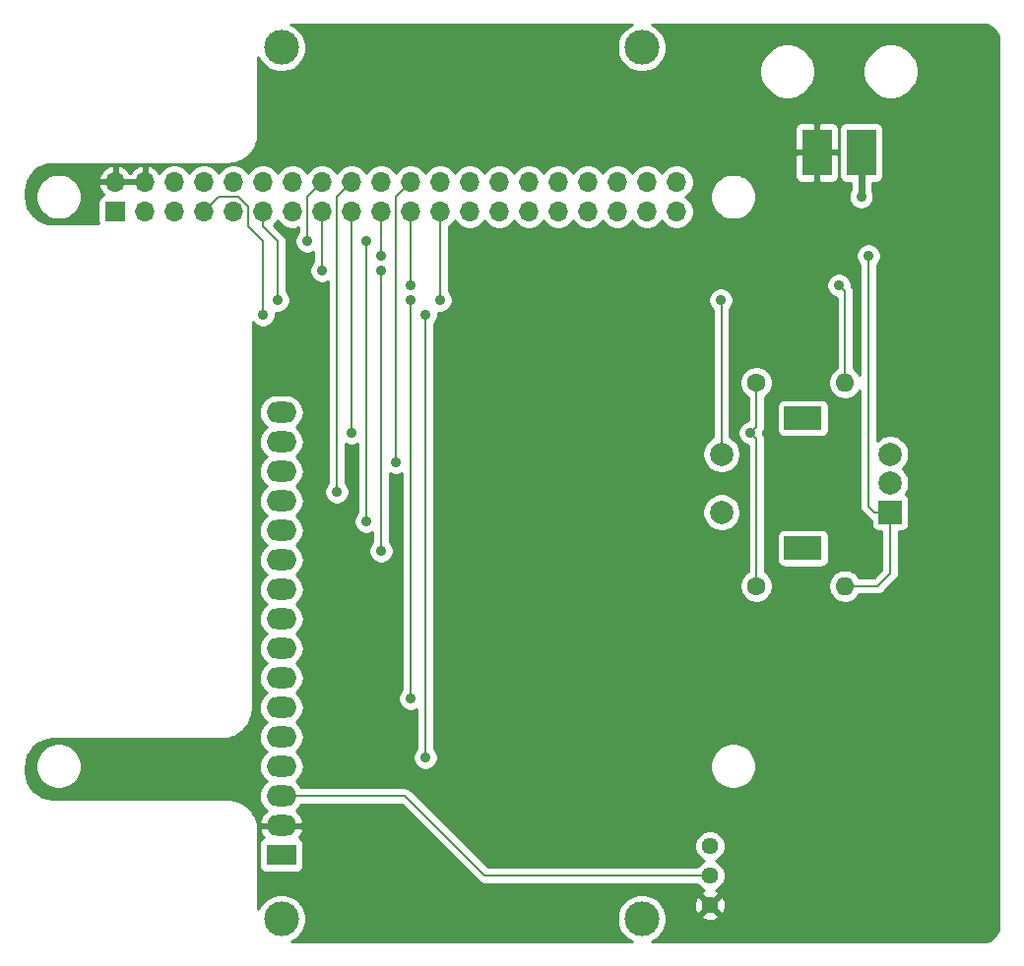
<source format=gtl>
G04 #@! TF.GenerationSoftware,KiCad,Pcbnew,(5.1.10)-1*
G04 #@! TF.CreationDate,2022-06-06T19:05:23+02:00*
G04 #@! TF.ProjectId,Minidexed AddOn,4d696e69-6465-4786-9564-204164644f6e,rev?*
G04 #@! TF.SameCoordinates,Original*
G04 #@! TF.FileFunction,Copper,L1,Top*
G04 #@! TF.FilePolarity,Positive*
%FSLAX46Y46*%
G04 Gerber Fmt 4.6, Leading zero omitted, Abs format (unit mm)*
G04 Created by KiCad (PCBNEW (5.1.10)-1) date 2022-06-06 19:05:23*
%MOMM*%
%LPD*%
G01*
G04 APERTURE LIST*
G04 #@! TA.AperFunction,SMDPad,CuDef*
%ADD10R,2.500000X4.000000*%
G04 #@! TD*
G04 #@! TA.AperFunction,ComponentPad*
%ADD11R,2.000000X2.000000*%
G04 #@! TD*
G04 #@! TA.AperFunction,ComponentPad*
%ADD12C,2.000000*%
G04 #@! TD*
G04 #@! TA.AperFunction,ComponentPad*
%ADD13R,3.200000X2.000000*%
G04 #@! TD*
G04 #@! TA.AperFunction,ComponentPad*
%ADD14O,1.600000X1.600000*%
G04 #@! TD*
G04 #@! TA.AperFunction,ComponentPad*
%ADD15C,1.600000*%
G04 #@! TD*
G04 #@! TA.AperFunction,ComponentPad*
%ADD16C,1.440000*%
G04 #@! TD*
G04 #@! TA.AperFunction,ComponentPad*
%ADD17C,3.000000*%
G04 #@! TD*
G04 #@! TA.AperFunction,ComponentPad*
%ADD18O,2.600000X1.800000*%
G04 #@! TD*
G04 #@! TA.AperFunction,ComponentPad*
%ADD19R,2.600000X1.800000*%
G04 #@! TD*
G04 #@! TA.AperFunction,ComponentPad*
%ADD20R,1.700000X1.700000*%
G04 #@! TD*
G04 #@! TA.AperFunction,ComponentPad*
%ADD21O,1.700000X1.700000*%
G04 #@! TD*
G04 #@! TA.AperFunction,ViaPad*
%ADD22C,0.900000*%
G04 #@! TD*
G04 #@! TA.AperFunction,Conductor*
%ADD23C,0.200000*%
G04 #@! TD*
G04 #@! TA.AperFunction,Conductor*
%ADD24C,0.600000*%
G04 #@! TD*
G04 #@! TA.AperFunction,Conductor*
%ADD25C,0.254000*%
G04 #@! TD*
G04 #@! TA.AperFunction,Conductor*
%ADD26C,0.150000*%
G04 #@! TD*
G04 APERTURE END LIST*
D10*
X64135000Y5080000D03*
X60325000Y5080000D03*
D11*
X66630000Y-25880000D03*
D12*
X66630000Y-23380000D03*
X66630000Y-20880000D03*
D13*
X59130000Y-28980000D03*
X59130000Y-17780000D03*
D12*
X52130000Y-25880000D03*
X52130000Y-20880000D03*
D14*
X62750000Y-32230000D03*
D15*
X55130000Y-32230000D03*
D14*
X62750000Y-14730000D03*
D15*
X55130000Y-14730000D03*
D16*
X51130000Y-54610000D03*
X51130000Y-57150000D03*
X51130000Y-59690000D03*
D17*
X14270000Y14120000D03*
X45270700Y14119480D03*
X45270700Y-60879100D03*
X14270000Y-60879100D03*
D18*
X14270000Y-17280000D03*
X14270000Y-19820000D03*
X14270000Y-22360000D03*
X14270000Y-24900000D03*
X14270000Y-27440000D03*
X14270000Y-29980000D03*
X14270000Y-32520000D03*
X14270000Y-35060000D03*
X14270000Y-37600000D03*
X14270000Y-40140000D03*
X14270000Y-42680000D03*
X14270000Y-45220000D03*
X14270000Y-47760000D03*
X14270000Y-50300000D03*
X14270000Y-52840000D03*
D19*
X14270000Y-55380000D03*
D20*
X0Y0D03*
D21*
X0Y2540000D03*
X2540000Y0D03*
X2540000Y2540000D03*
X5080000Y0D03*
X5080000Y2540000D03*
X7620000Y0D03*
X7620000Y2540000D03*
X10160000Y0D03*
X10160000Y2540000D03*
X12700000Y0D03*
X12700000Y2540000D03*
X15240000Y0D03*
X15240000Y2540000D03*
X17780000Y0D03*
X17780000Y2540000D03*
X20320000Y0D03*
X20320000Y2540000D03*
X22860000Y0D03*
X22860000Y2540000D03*
X25400000Y0D03*
X25400000Y2540000D03*
X27940000Y0D03*
X27940000Y2540000D03*
X30480000Y0D03*
X30480000Y2540000D03*
X33020000Y0D03*
X33020000Y2540000D03*
X35560000Y0D03*
X35560000Y2540000D03*
X38100000Y0D03*
X38100000Y2540000D03*
X40640000Y0D03*
X40640000Y2540000D03*
X43180000Y0D03*
X43180000Y2540000D03*
X45720000Y0D03*
X45720000Y2540000D03*
X48260000Y0D03*
X48260000Y2540000D03*
D22*
X20320000Y-19050000D03*
X54610000Y-19050000D03*
X64135000Y1270000D03*
X12700000Y-8890000D03*
X26670000Y-8890000D03*
X26670000Y-46990000D03*
X25400000Y-41910000D03*
X13970000Y-7620000D03*
X25400000Y-7620000D03*
X22860000Y-29210000D03*
X17780000Y-5080000D03*
X22860000Y-5080000D03*
X21590000Y-26670000D03*
X21590000Y-2540000D03*
X16510000Y-2540000D03*
X19050000Y-24130000D03*
X24130000Y-21590000D03*
X22860000Y-3810000D03*
X64770000Y-3810000D03*
X25400000Y-6350000D03*
X62230000Y-6350000D03*
X27940000Y-7620000D03*
X52070000Y-7620000D03*
D23*
X20320000Y0D02*
X20320000Y-2540000D01*
X20320000Y-19050000D02*
X20320000Y-2540000D01*
X55130000Y-19570000D02*
X54610000Y-19050000D01*
X55130000Y-32230000D02*
X55130000Y-19570000D01*
X55130000Y-18530000D02*
X54610000Y-19050000D01*
X55130000Y-14730000D02*
X55130000Y-18530000D01*
D24*
X64135000Y1270000D02*
X64135000Y5080000D01*
D23*
X7620000Y0D02*
X8890000Y1270000D01*
X8890000Y1270000D02*
X10160000Y1270000D01*
X10592002Y1270000D02*
X11430000Y432002D01*
X10160000Y1270000D02*
X10592002Y1270000D01*
X11430000Y432002D02*
X11430000Y-1270000D01*
X11430000Y-1270000D02*
X12700000Y-2540000D01*
X12700000Y-2540000D02*
X12700000Y-8890000D01*
X12700000Y-8890000D02*
X12700000Y-8890000D01*
X26670000Y-8890000D02*
X26670000Y-46990000D01*
X26670000Y-46990000D02*
X26670000Y-46990000D01*
X25400000Y-41910000D02*
X25400000Y-41910000D01*
X12700000Y-1270000D02*
X12700000Y0D01*
X13970000Y-2540000D02*
X12700000Y-1270000D01*
X13970000Y-7620000D02*
X13970000Y-2540000D01*
X25400000Y-7620000D02*
X25400000Y-41910000D01*
X17780000Y-3810000D02*
X17780000Y-3810000D01*
X17780000Y0D02*
X17780000Y-5080000D01*
X22860000Y-29210000D02*
X22860000Y-5080000D01*
X22860000Y-5080000D02*
X22860000Y-5080000D01*
X17780000Y2540000D02*
X16510000Y1270000D01*
X16510000Y1270000D02*
X16510000Y-2540000D01*
X21590000Y-26670000D02*
X21590000Y-2540000D01*
X21590000Y-2540000D02*
X21590000Y-2540000D01*
X16510000Y-2540000D02*
X16510000Y-2540000D01*
X19050000Y1270000D02*
X20320000Y2540000D01*
X19050000Y-24130000D02*
X19050000Y1270000D01*
X24130000Y1270000D02*
X25400000Y2540000D01*
X24130000Y-21590000D02*
X24130000Y1270000D01*
X22860000Y0D02*
X22860000Y-3810000D01*
X22860000Y-3810000D02*
X22860000Y-3810000D01*
X64770000Y-3810000D02*
X64770000Y-25400000D01*
X66630000Y-25880000D02*
X65250000Y-25880000D01*
X65250000Y-25880000D02*
X64770000Y-25400000D01*
X65560000Y-32230000D02*
X62750000Y-32230000D01*
X66630000Y-31160000D02*
X65560000Y-32230000D01*
X66630000Y-25880000D02*
X66630000Y-31160000D01*
X25400000Y0D02*
X25400000Y-6350000D01*
X25400000Y-6350000D02*
X25400000Y-6350000D01*
X62750000Y-6870000D02*
X62230000Y-6350000D01*
X62750000Y-14730000D02*
X62750000Y-6870000D01*
X27940000Y0D02*
X27940000Y-7620000D01*
X27940000Y-7620000D02*
X27940000Y-7620000D01*
X52130000Y-7680000D02*
X52070000Y-7620000D01*
X52130000Y-20880000D02*
X52130000Y-7680000D01*
X14270000Y-50300000D02*
X24900000Y-50300000D01*
X31750000Y-57150000D02*
X24900000Y-50300000D01*
X51130000Y-57150000D02*
X31750000Y-57150000D01*
D25*
X44259398Y16011492D02*
X43909717Y15777843D01*
X43612337Y15480463D01*
X43378688Y15130782D01*
X43217747Y14742236D01*
X43135700Y14329759D01*
X43135700Y13909201D01*
X43217747Y13496724D01*
X43378688Y13108178D01*
X43612337Y12758497D01*
X43909717Y12461117D01*
X44259398Y12227468D01*
X44647944Y12066527D01*
X45060421Y11984480D01*
X45480979Y11984480D01*
X45893456Y12066527D01*
X46282002Y12227468D01*
X46390407Y12299902D01*
X55400000Y12299902D01*
X55400000Y11830098D01*
X55491654Y11369321D01*
X55671440Y10935279D01*
X55932450Y10544651D01*
X56264651Y10212450D01*
X56655279Y9951440D01*
X57089321Y9771654D01*
X57550098Y9680000D01*
X58019902Y9680000D01*
X58480679Y9771654D01*
X58914721Y9951440D01*
X59305349Y10212450D01*
X59637550Y10544651D01*
X59898560Y10935279D01*
X60078346Y11369321D01*
X60170000Y11830098D01*
X60170000Y12299902D01*
X64290000Y12299902D01*
X64290000Y11830098D01*
X64381654Y11369321D01*
X64561440Y10935279D01*
X64822450Y10544651D01*
X65154651Y10212450D01*
X65545279Y9951440D01*
X65979321Y9771654D01*
X66440098Y9680000D01*
X66909902Y9680000D01*
X67370679Y9771654D01*
X67804721Y9951440D01*
X68195349Y10212450D01*
X68527550Y10544651D01*
X68788560Y10935279D01*
X68968346Y11369321D01*
X69060000Y11830098D01*
X69060000Y12299902D01*
X68968346Y12760679D01*
X68788560Y13194721D01*
X68527550Y13585349D01*
X68195349Y13917550D01*
X67804721Y14178560D01*
X67370679Y14358346D01*
X66909902Y14450000D01*
X66440098Y14450000D01*
X65979321Y14358346D01*
X65545279Y14178560D01*
X65154651Y13917550D01*
X64822450Y13585349D01*
X64561440Y13194721D01*
X64381654Y12760679D01*
X64290000Y12299902D01*
X60170000Y12299902D01*
X60078346Y12760679D01*
X59898560Y13194721D01*
X59637550Y13585349D01*
X59305349Y13917550D01*
X58914721Y14178560D01*
X58480679Y14358346D01*
X58019902Y14450000D01*
X57550098Y14450000D01*
X57089321Y14358346D01*
X56655279Y14178560D01*
X56264651Y13917550D01*
X55932450Y13585349D01*
X55671440Y13194721D01*
X55491654Y12760679D01*
X55400000Y12299902D01*
X46390407Y12299902D01*
X46631683Y12461117D01*
X46929063Y12758497D01*
X47162712Y13108178D01*
X47323653Y13496724D01*
X47405700Y13909201D01*
X47405700Y14329759D01*
X47323653Y14742236D01*
X47162712Y15130782D01*
X46929063Y15480463D01*
X46631683Y15777843D01*
X46282002Y16011492D01*
X46104538Y16085000D01*
X74596495Y16085000D01*
X74884782Y16056733D01*
X75129855Y15982741D01*
X75355890Y15862557D01*
X75554281Y15700752D01*
X75717460Y15503503D01*
X75839220Y15278313D01*
X75914924Y15033753D01*
X75945000Y14747602D01*
X75945001Y-61486484D01*
X75916733Y-61774782D01*
X75842741Y-62019855D01*
X75722554Y-62245893D01*
X75560754Y-62444279D01*
X75363503Y-62607460D01*
X75138310Y-62729221D01*
X74893753Y-62804924D01*
X74607602Y-62835000D01*
X46127763Y-62835000D01*
X46282002Y-62771112D01*
X46631683Y-62537463D01*
X46929063Y-62240083D01*
X47162712Y-61890402D01*
X47323653Y-61501856D01*
X47405700Y-61089379D01*
X47405700Y-60668821D01*
X47397095Y-60625560D01*
X50374045Y-60625560D01*
X50435932Y-60861368D01*
X50677790Y-60974266D01*
X50937027Y-61037811D01*
X51203680Y-61049561D01*
X51467501Y-61009063D01*
X51718353Y-60917875D01*
X51824068Y-60861368D01*
X51885955Y-60625560D01*
X51130000Y-59869605D01*
X50374045Y-60625560D01*
X47397095Y-60625560D01*
X47323653Y-60256344D01*
X47162712Y-59867798D01*
X47093143Y-59763680D01*
X49770439Y-59763680D01*
X49810937Y-60027501D01*
X49902125Y-60278353D01*
X49958632Y-60384068D01*
X50194440Y-60445955D01*
X50950395Y-59690000D01*
X51309605Y-59690000D01*
X52065560Y-60445955D01*
X52301368Y-60384068D01*
X52414266Y-60142210D01*
X52477811Y-59882973D01*
X52489561Y-59616320D01*
X52449063Y-59352499D01*
X52357875Y-59101647D01*
X52301368Y-58995932D01*
X52065560Y-58934045D01*
X51309605Y-59690000D01*
X50950395Y-59690000D01*
X50194440Y-58934045D01*
X49958632Y-58995932D01*
X49845734Y-59237790D01*
X49782189Y-59497027D01*
X49770439Y-59763680D01*
X47093143Y-59763680D01*
X46929063Y-59518117D01*
X46631683Y-59220737D01*
X46282002Y-58987088D01*
X45893456Y-58826147D01*
X45480979Y-58744100D01*
X45060421Y-58744100D01*
X44647944Y-58826147D01*
X44259398Y-58987088D01*
X43909717Y-59220737D01*
X43612337Y-59518117D01*
X43378688Y-59867798D01*
X43217747Y-60256344D01*
X43135700Y-60668821D01*
X43135700Y-61089379D01*
X43217747Y-61501856D01*
X43378688Y-61890402D01*
X43612337Y-62240083D01*
X43909717Y-62537463D01*
X44259398Y-62771112D01*
X44413637Y-62835000D01*
X15127063Y-62835000D01*
X15281302Y-62771112D01*
X15630983Y-62537463D01*
X15928363Y-62240083D01*
X16162012Y-61890402D01*
X16322953Y-61501856D01*
X16405000Y-61089379D01*
X16405000Y-60668821D01*
X16322953Y-60256344D01*
X16162012Y-59867798D01*
X15928363Y-59518117D01*
X15630983Y-59220737D01*
X15281302Y-58987088D01*
X14892756Y-58826147D01*
X14480279Y-58744100D01*
X14059721Y-58744100D01*
X13647244Y-58826147D01*
X13258698Y-58987088D01*
X12909017Y-59220737D01*
X12611637Y-59518117D01*
X12377988Y-59867798D01*
X12315000Y-60019865D01*
X12315000Y-54480000D01*
X12331928Y-54480000D01*
X12331928Y-56280000D01*
X12344188Y-56404482D01*
X12380498Y-56524180D01*
X12439463Y-56634494D01*
X12518815Y-56731185D01*
X12615506Y-56810537D01*
X12725820Y-56869502D01*
X12845518Y-56905812D01*
X12970000Y-56918072D01*
X15570000Y-56918072D01*
X15694482Y-56905812D01*
X15814180Y-56869502D01*
X15924494Y-56810537D01*
X16021185Y-56731185D01*
X16100537Y-56634494D01*
X16159502Y-56524180D01*
X16195812Y-56404482D01*
X16208072Y-56280000D01*
X16208072Y-54480000D01*
X16195812Y-54355518D01*
X16159502Y-54235820D01*
X16100537Y-54125506D01*
X16021185Y-54028815D01*
X15924494Y-53949463D01*
X15814180Y-53890498D01*
X15794679Y-53884582D01*
X15845210Y-53835606D01*
X16016862Y-53587204D01*
X16136755Y-53310087D01*
X16161036Y-53204740D01*
X16040378Y-52967000D01*
X14397000Y-52967000D01*
X14397000Y-52987000D01*
X14143000Y-52987000D01*
X14143000Y-52967000D01*
X12499622Y-52967000D01*
X12378964Y-53204740D01*
X12403245Y-53310087D01*
X12523138Y-53587204D01*
X12694790Y-53835606D01*
X12745321Y-53884582D01*
X12725820Y-53890498D01*
X12615506Y-53949463D01*
X12518815Y-54028815D01*
X12439463Y-54125506D01*
X12380498Y-54235820D01*
X12344188Y-54355518D01*
X12331928Y-54480000D01*
X12315000Y-54480000D01*
X12315000Y-53196353D01*
X12312045Y-53166355D01*
X12312132Y-53153953D01*
X12311198Y-53144434D01*
X12270397Y-52756242D01*
X12257920Y-52695461D01*
X12246280Y-52634440D01*
X12243516Y-52625284D01*
X12128092Y-52252409D01*
X12104028Y-52195163D01*
X12080776Y-52137612D01*
X12076286Y-52129167D01*
X11890635Y-51785812D01*
X11855919Y-51734344D01*
X11821920Y-51682389D01*
X11815876Y-51674978D01*
X11567069Y-51374223D01*
X11522996Y-51330457D01*
X11479577Y-51286119D01*
X11472208Y-51280022D01*
X11169723Y-51033321D01*
X11118005Y-50998960D01*
X11066784Y-50963888D01*
X11058371Y-50959339D01*
X10713730Y-50776089D01*
X10656300Y-50752418D01*
X10599263Y-50727972D01*
X10590131Y-50725145D01*
X10590125Y-50725143D01*
X10216455Y-50612326D01*
X10155545Y-50600265D01*
X10094826Y-50587359D01*
X10085314Y-50586359D01*
X9696845Y-50548269D01*
X9696837Y-50548269D01*
X9663647Y-50545000D01*
X-5336496Y-50545000D01*
X-5819016Y-50497688D01*
X-6250927Y-50367287D01*
X-6649280Y-50155480D01*
X-6998914Y-49870325D01*
X-7286497Y-49522697D01*
X-7501085Y-49125825D01*
X-7634500Y-48694834D01*
X-7685000Y-48214346D01*
X-7685000Y-47763505D01*
X-7662546Y-47534495D01*
X-6855000Y-47534495D01*
X-6855000Y-47925505D01*
X-6778718Y-48309003D01*
X-6629085Y-48670250D01*
X-6411851Y-48995364D01*
X-6135364Y-49271851D01*
X-5810250Y-49489085D01*
X-5449003Y-49638718D01*
X-5065505Y-49715000D01*
X-4674495Y-49715000D01*
X-4290997Y-49638718D01*
X-3929750Y-49489085D01*
X-3604636Y-49271851D01*
X-3328149Y-48995364D01*
X-3110915Y-48670250D01*
X-2961282Y-48309003D01*
X-2885000Y-47925505D01*
X-2885000Y-47534495D01*
X-2961282Y-47150997D01*
X-3110915Y-46789750D01*
X-3328149Y-46464636D01*
X-3604636Y-46188149D01*
X-3929750Y-45970915D01*
X-4290997Y-45821282D01*
X-4674495Y-45745000D01*
X-5065505Y-45745000D01*
X-5449003Y-45821282D01*
X-5810250Y-45970915D01*
X-6135364Y-46188149D01*
X-6411851Y-46464636D01*
X-6629085Y-46789750D01*
X-6778718Y-47150997D01*
X-6855000Y-47534495D01*
X-7662546Y-47534495D01*
X-7637688Y-47280984D01*
X-7507286Y-46849070D01*
X-7295476Y-46450715D01*
X-7010325Y-46101086D01*
X-6662697Y-45813503D01*
X-6265823Y-45598914D01*
X-5834839Y-45465502D01*
X-5354346Y-45415000D01*
X9163647Y-45415000D01*
X9193645Y-45412045D01*
X9206047Y-45412132D01*
X9215565Y-45411198D01*
X9603758Y-45370397D01*
X9664539Y-45357920D01*
X9725560Y-45346280D01*
X9734716Y-45343516D01*
X10107591Y-45228092D01*
X10164870Y-45204014D01*
X10222388Y-45180775D01*
X10230833Y-45176286D01*
X10574188Y-44990634D01*
X10625635Y-44955932D01*
X10677610Y-44921921D01*
X10685022Y-44915876D01*
X10985777Y-44667069D01*
X11029524Y-44623016D01*
X11073881Y-44579578D01*
X11079978Y-44572208D01*
X11326679Y-44269724D01*
X11361047Y-44217995D01*
X11396111Y-44166785D01*
X11400661Y-44158372D01*
X11583910Y-43813730D01*
X11607555Y-43756364D01*
X11632028Y-43699264D01*
X11634856Y-43690127D01*
X11747674Y-43316456D01*
X11759737Y-43255531D01*
X11772641Y-43194826D01*
X11773641Y-43185314D01*
X11811731Y-42796845D01*
X11811731Y-42796837D01*
X11815000Y-42763647D01*
X11815000Y-17280000D01*
X12327573Y-17280000D01*
X12357210Y-17580913D01*
X12444983Y-17870261D01*
X12587519Y-18136927D01*
X12779339Y-18370661D01*
X12997865Y-18550000D01*
X12779339Y-18729339D01*
X12587519Y-18963073D01*
X12444983Y-19229739D01*
X12357210Y-19519087D01*
X12327573Y-19820000D01*
X12357210Y-20120913D01*
X12444983Y-20410261D01*
X12587519Y-20676927D01*
X12779339Y-20910661D01*
X12997865Y-21090000D01*
X12779339Y-21269339D01*
X12587519Y-21503073D01*
X12444983Y-21769739D01*
X12357210Y-22059087D01*
X12327573Y-22360000D01*
X12357210Y-22660913D01*
X12444983Y-22950261D01*
X12587519Y-23216927D01*
X12779339Y-23450661D01*
X12997865Y-23630000D01*
X12779339Y-23809339D01*
X12587519Y-24043073D01*
X12444983Y-24309739D01*
X12357210Y-24599087D01*
X12327573Y-24900000D01*
X12357210Y-25200913D01*
X12444983Y-25490261D01*
X12587519Y-25756927D01*
X12779339Y-25990661D01*
X12997865Y-26170000D01*
X12779339Y-26349339D01*
X12587519Y-26583073D01*
X12444983Y-26849739D01*
X12357210Y-27139087D01*
X12327573Y-27440000D01*
X12357210Y-27740913D01*
X12444983Y-28030261D01*
X12587519Y-28296927D01*
X12779339Y-28530661D01*
X12997865Y-28710000D01*
X12779339Y-28889339D01*
X12587519Y-29123073D01*
X12444983Y-29389739D01*
X12357210Y-29679087D01*
X12327573Y-29980000D01*
X12357210Y-30280913D01*
X12444983Y-30570261D01*
X12587519Y-30836927D01*
X12779339Y-31070661D01*
X12997865Y-31250000D01*
X12779339Y-31429339D01*
X12587519Y-31663073D01*
X12444983Y-31929739D01*
X12357210Y-32219087D01*
X12327573Y-32520000D01*
X12357210Y-32820913D01*
X12444983Y-33110261D01*
X12587519Y-33376927D01*
X12779339Y-33610661D01*
X12997865Y-33790000D01*
X12779339Y-33969339D01*
X12587519Y-34203073D01*
X12444983Y-34469739D01*
X12357210Y-34759087D01*
X12327573Y-35060000D01*
X12357210Y-35360913D01*
X12444983Y-35650261D01*
X12587519Y-35916927D01*
X12779339Y-36150661D01*
X12997865Y-36330000D01*
X12779339Y-36509339D01*
X12587519Y-36743073D01*
X12444983Y-37009739D01*
X12357210Y-37299087D01*
X12327573Y-37600000D01*
X12357210Y-37900913D01*
X12444983Y-38190261D01*
X12587519Y-38456927D01*
X12779339Y-38690661D01*
X12997865Y-38870000D01*
X12779339Y-39049339D01*
X12587519Y-39283073D01*
X12444983Y-39549739D01*
X12357210Y-39839087D01*
X12327573Y-40140000D01*
X12357210Y-40440913D01*
X12444983Y-40730261D01*
X12587519Y-40996927D01*
X12779339Y-41230661D01*
X12997865Y-41410000D01*
X12779339Y-41589339D01*
X12587519Y-41823073D01*
X12444983Y-42089739D01*
X12357210Y-42379087D01*
X12327573Y-42680000D01*
X12357210Y-42980913D01*
X12444983Y-43270261D01*
X12587519Y-43536927D01*
X12779339Y-43770661D01*
X12997865Y-43950000D01*
X12779339Y-44129339D01*
X12587519Y-44363073D01*
X12444983Y-44629739D01*
X12357210Y-44919087D01*
X12327573Y-45220000D01*
X12357210Y-45520913D01*
X12444983Y-45810261D01*
X12587519Y-46076927D01*
X12779339Y-46310661D01*
X12997865Y-46490000D01*
X12779339Y-46669339D01*
X12587519Y-46903073D01*
X12444983Y-47169739D01*
X12357210Y-47459087D01*
X12327573Y-47760000D01*
X12357210Y-48060913D01*
X12444983Y-48350261D01*
X12587519Y-48616927D01*
X12779339Y-48850661D01*
X12997865Y-49030000D01*
X12779339Y-49209339D01*
X12587519Y-49443073D01*
X12444983Y-49709739D01*
X12357210Y-49999087D01*
X12327573Y-50300000D01*
X12357210Y-50600913D01*
X12444983Y-50890261D01*
X12587519Y-51156927D01*
X12779339Y-51390661D01*
X13003691Y-51574781D01*
X12911604Y-51634252D01*
X12694790Y-51844394D01*
X12523138Y-52092796D01*
X12403245Y-52369913D01*
X12378964Y-52475260D01*
X12499622Y-52713000D01*
X14143000Y-52713000D01*
X14143000Y-52693000D01*
X14397000Y-52693000D01*
X14397000Y-52713000D01*
X16040378Y-52713000D01*
X16161036Y-52475260D01*
X16136755Y-52369913D01*
X16016862Y-52092796D01*
X15845210Y-51844394D01*
X15628396Y-51634252D01*
X15536309Y-51574781D01*
X15760661Y-51390661D01*
X15952481Y-51156927D01*
X16017652Y-51035000D01*
X24595554Y-51035000D01*
X31204746Y-57644193D01*
X31227762Y-57672238D01*
X31339680Y-57764087D01*
X31467367Y-57832337D01*
X31605915Y-57874365D01*
X31750000Y-57888556D01*
X31786105Y-57885000D01*
X49991467Y-57885000D01*
X50077503Y-58013762D01*
X50266238Y-58202497D01*
X50488167Y-58350785D01*
X50656324Y-58420438D01*
X50541647Y-58462125D01*
X50435932Y-58518632D01*
X50374045Y-58754440D01*
X51130000Y-59510395D01*
X51885955Y-58754440D01*
X51824068Y-58518632D01*
X51608993Y-58418236D01*
X51771833Y-58350785D01*
X51993762Y-58202497D01*
X52182497Y-58013762D01*
X52330785Y-57791833D01*
X52432928Y-57545239D01*
X52485000Y-57283456D01*
X52485000Y-57016544D01*
X52432928Y-56754761D01*
X52330785Y-56508167D01*
X52182497Y-56286238D01*
X51993762Y-56097503D01*
X51771833Y-55949215D01*
X51604734Y-55880000D01*
X51771833Y-55810785D01*
X51993762Y-55662497D01*
X52182497Y-55473762D01*
X52330785Y-55251833D01*
X52432928Y-55005239D01*
X52485000Y-54743456D01*
X52485000Y-54476544D01*
X52432928Y-54214761D01*
X52330785Y-53968167D01*
X52182497Y-53746238D01*
X51993762Y-53557503D01*
X51771833Y-53409215D01*
X51525239Y-53307072D01*
X51263456Y-53255000D01*
X50996544Y-53255000D01*
X50734761Y-53307072D01*
X50488167Y-53409215D01*
X50266238Y-53557503D01*
X50077503Y-53746238D01*
X49929215Y-53968167D01*
X49827072Y-54214761D01*
X49775000Y-54476544D01*
X49775000Y-54743456D01*
X49827072Y-55005239D01*
X49929215Y-55251833D01*
X50077503Y-55473762D01*
X50266238Y-55662497D01*
X50488167Y-55810785D01*
X50655266Y-55880000D01*
X50488167Y-55949215D01*
X50266238Y-56097503D01*
X50077503Y-56286238D01*
X49991467Y-56415000D01*
X32054447Y-56415000D01*
X25445259Y-49805813D01*
X25422238Y-49777762D01*
X25310320Y-49685913D01*
X25182633Y-49617663D01*
X25044085Y-49575635D01*
X24936105Y-49565000D01*
X24900000Y-49561444D01*
X24863895Y-49565000D01*
X16017652Y-49565000D01*
X15952481Y-49443073D01*
X15760661Y-49209339D01*
X15542135Y-49030000D01*
X15760661Y-48850661D01*
X15952481Y-48616927D01*
X16095017Y-48350261D01*
X16182790Y-48060913D01*
X16212427Y-47760000D01*
X16182790Y-47459087D01*
X16095017Y-47169739D01*
X15952481Y-46903073D01*
X15760661Y-46669339D01*
X15542135Y-46490000D01*
X15760661Y-46310661D01*
X15952481Y-46076927D01*
X16095017Y-45810261D01*
X16182790Y-45520913D01*
X16212427Y-45220000D01*
X16182790Y-44919087D01*
X16095017Y-44629739D01*
X15952481Y-44363073D01*
X15760661Y-44129339D01*
X15542135Y-43950000D01*
X15760661Y-43770661D01*
X15952481Y-43536927D01*
X16095017Y-43270261D01*
X16182790Y-42980913D01*
X16212427Y-42680000D01*
X16182790Y-42379087D01*
X16095017Y-42089739D01*
X15952481Y-41823073D01*
X15760661Y-41589339D01*
X15542135Y-41410000D01*
X15760661Y-41230661D01*
X15952481Y-40996927D01*
X16095017Y-40730261D01*
X16182790Y-40440913D01*
X16212427Y-40140000D01*
X16182790Y-39839087D01*
X16095017Y-39549739D01*
X15952481Y-39283073D01*
X15760661Y-39049339D01*
X15542135Y-38870000D01*
X15760661Y-38690661D01*
X15952481Y-38456927D01*
X16095017Y-38190261D01*
X16182790Y-37900913D01*
X16212427Y-37600000D01*
X16182790Y-37299087D01*
X16095017Y-37009739D01*
X15952481Y-36743073D01*
X15760661Y-36509339D01*
X15542135Y-36330000D01*
X15760661Y-36150661D01*
X15952481Y-35916927D01*
X16095017Y-35650261D01*
X16182790Y-35360913D01*
X16212427Y-35060000D01*
X16182790Y-34759087D01*
X16095017Y-34469739D01*
X15952481Y-34203073D01*
X15760661Y-33969339D01*
X15542135Y-33790000D01*
X15760661Y-33610661D01*
X15952481Y-33376927D01*
X16095017Y-33110261D01*
X16182790Y-32820913D01*
X16212427Y-32520000D01*
X16182790Y-32219087D01*
X16095017Y-31929739D01*
X15952481Y-31663073D01*
X15760661Y-31429339D01*
X15542135Y-31250000D01*
X15760661Y-31070661D01*
X15952481Y-30836927D01*
X16095017Y-30570261D01*
X16182790Y-30280913D01*
X16212427Y-29980000D01*
X16182790Y-29679087D01*
X16095017Y-29389739D01*
X15952481Y-29123073D01*
X15760661Y-28889339D01*
X15542135Y-28710000D01*
X15760661Y-28530661D01*
X15952481Y-28296927D01*
X16095017Y-28030261D01*
X16182790Y-27740913D01*
X16212427Y-27440000D01*
X16182790Y-27139087D01*
X16095017Y-26849739D01*
X15952481Y-26583073D01*
X15760661Y-26349339D01*
X15542135Y-26170000D01*
X15760661Y-25990661D01*
X15952481Y-25756927D01*
X16095017Y-25490261D01*
X16182790Y-25200913D01*
X16212427Y-24900000D01*
X16182790Y-24599087D01*
X16095017Y-24309739D01*
X15952481Y-24043073D01*
X15760661Y-23809339D01*
X15542135Y-23630000D01*
X15760661Y-23450661D01*
X15952481Y-23216927D01*
X16095017Y-22950261D01*
X16182790Y-22660913D01*
X16212427Y-22360000D01*
X16182790Y-22059087D01*
X16095017Y-21769739D01*
X15952481Y-21503073D01*
X15760661Y-21269339D01*
X15542135Y-21090000D01*
X15760661Y-20910661D01*
X15952481Y-20676927D01*
X16095017Y-20410261D01*
X16182790Y-20120913D01*
X16212427Y-19820000D01*
X16182790Y-19519087D01*
X16095017Y-19229739D01*
X15952481Y-18963073D01*
X15760661Y-18729339D01*
X15542135Y-18550000D01*
X15760661Y-18370661D01*
X15952481Y-18136927D01*
X16095017Y-17870261D01*
X16182790Y-17580913D01*
X16212427Y-17280000D01*
X16182790Y-16979087D01*
X16095017Y-16689739D01*
X15952481Y-16423073D01*
X15760661Y-16189339D01*
X15526927Y-15997519D01*
X15260261Y-15854983D01*
X14970913Y-15767210D01*
X14745408Y-15745000D01*
X13794592Y-15745000D01*
X13569087Y-15767210D01*
X13279739Y-15854983D01*
X13013073Y-15997519D01*
X12779339Y-16189339D01*
X12587519Y-16423073D01*
X12444983Y-16689739D01*
X12357210Y-16979087D01*
X12327573Y-17280000D01*
X11815000Y-17280000D01*
X11815000Y-9518453D01*
X11857225Y-9581647D01*
X12008353Y-9732775D01*
X12186060Y-9851515D01*
X12383517Y-9933304D01*
X12593137Y-9975000D01*
X12806863Y-9975000D01*
X13016483Y-9933304D01*
X13213940Y-9851515D01*
X13391647Y-9732775D01*
X13542775Y-9581647D01*
X13661515Y-9403940D01*
X13743304Y-9206483D01*
X13785000Y-8996863D01*
X13785000Y-8783137D01*
X13765598Y-8685598D01*
X13863137Y-8705000D01*
X14076863Y-8705000D01*
X14286483Y-8663304D01*
X14483940Y-8581515D01*
X14661647Y-8462775D01*
X14812775Y-8311647D01*
X14931515Y-8133940D01*
X15013304Y-7936483D01*
X15055000Y-7726863D01*
X15055000Y-7513137D01*
X15013304Y-7303517D01*
X14931515Y-7106060D01*
X14812775Y-6928353D01*
X14705000Y-6820578D01*
X14705000Y-2576094D01*
X14708555Y-2539999D01*
X14705000Y-2503904D01*
X14705000Y-2503895D01*
X14694365Y-2395915D01*
X14652337Y-2257367D01*
X14584087Y-2129680D01*
X14492238Y-2017762D01*
X14464193Y-1994746D01*
X13632418Y-1162972D01*
X13646632Y-1153475D01*
X13853475Y-946632D01*
X13970000Y-772240D01*
X14086525Y-946632D01*
X14293368Y-1153475D01*
X14536589Y-1315990D01*
X14806842Y-1427932D01*
X15093740Y-1485000D01*
X15386260Y-1485000D01*
X15673158Y-1427932D01*
X15775001Y-1385748D01*
X15775001Y-1740577D01*
X15667225Y-1848353D01*
X15548485Y-2026060D01*
X15466696Y-2223517D01*
X15425000Y-2433137D01*
X15425000Y-2646863D01*
X15466696Y-2856483D01*
X15548485Y-3053940D01*
X15667225Y-3231647D01*
X15818353Y-3382775D01*
X15996060Y-3501515D01*
X16193517Y-3583304D01*
X16403137Y-3625000D01*
X16616863Y-3625000D01*
X16826483Y-3583304D01*
X17023940Y-3501515D01*
X17045001Y-3487443D01*
X17045001Y-3773887D01*
X17041444Y-3810000D01*
X17045001Y-3846113D01*
X17045001Y-4280577D01*
X16937225Y-4388353D01*
X16818485Y-4566060D01*
X16736696Y-4763517D01*
X16695000Y-4973137D01*
X16695000Y-5186863D01*
X16736696Y-5396483D01*
X16818485Y-5593940D01*
X16937225Y-5771647D01*
X17088353Y-5922775D01*
X17266060Y-6041515D01*
X17463517Y-6123304D01*
X17673137Y-6165000D01*
X17886863Y-6165000D01*
X18096483Y-6123304D01*
X18293940Y-6041515D01*
X18315001Y-6027443D01*
X18315000Y-23330578D01*
X18207225Y-23438353D01*
X18088485Y-23616060D01*
X18006696Y-23813517D01*
X17965000Y-24023137D01*
X17965000Y-24236863D01*
X18006696Y-24446483D01*
X18088485Y-24643940D01*
X18207225Y-24821647D01*
X18358353Y-24972775D01*
X18536060Y-25091515D01*
X18733517Y-25173304D01*
X18943137Y-25215000D01*
X19156863Y-25215000D01*
X19366483Y-25173304D01*
X19563940Y-25091515D01*
X19741647Y-24972775D01*
X19892775Y-24821647D01*
X20011515Y-24643940D01*
X20093304Y-24446483D01*
X20135000Y-24236863D01*
X20135000Y-24023137D01*
X20093304Y-23813517D01*
X20011515Y-23616060D01*
X19892775Y-23438353D01*
X19785000Y-23330578D01*
X19785000Y-19997443D01*
X19806060Y-20011515D01*
X20003517Y-20093304D01*
X20213137Y-20135000D01*
X20426863Y-20135000D01*
X20636483Y-20093304D01*
X20833940Y-20011515D01*
X20855000Y-19997443D01*
X20855000Y-25870578D01*
X20747225Y-25978353D01*
X20628485Y-26156060D01*
X20546696Y-26353517D01*
X20505000Y-26563137D01*
X20505000Y-26776863D01*
X20546696Y-26986483D01*
X20628485Y-27183940D01*
X20747225Y-27361647D01*
X20898353Y-27512775D01*
X21076060Y-27631515D01*
X21273517Y-27713304D01*
X21483137Y-27755000D01*
X21696863Y-27755000D01*
X21906483Y-27713304D01*
X22103940Y-27631515D01*
X22125000Y-27617443D01*
X22125000Y-28410578D01*
X22017225Y-28518353D01*
X21898485Y-28696060D01*
X21816696Y-28893517D01*
X21775000Y-29103137D01*
X21775000Y-29316863D01*
X21816696Y-29526483D01*
X21898485Y-29723940D01*
X22017225Y-29901647D01*
X22168353Y-30052775D01*
X22346060Y-30171515D01*
X22543517Y-30253304D01*
X22753137Y-30295000D01*
X22966863Y-30295000D01*
X23176483Y-30253304D01*
X23373940Y-30171515D01*
X23551647Y-30052775D01*
X23702775Y-29901647D01*
X23821515Y-29723940D01*
X23903304Y-29526483D01*
X23945000Y-29316863D01*
X23945000Y-29103137D01*
X23903304Y-28893517D01*
X23821515Y-28696060D01*
X23702775Y-28518353D01*
X23595000Y-28410578D01*
X23595000Y-22537443D01*
X23616060Y-22551515D01*
X23813517Y-22633304D01*
X24023137Y-22675000D01*
X24236863Y-22675000D01*
X24446483Y-22633304D01*
X24643940Y-22551515D01*
X24665000Y-22537443D01*
X24665001Y-41110577D01*
X24557225Y-41218353D01*
X24438485Y-41396060D01*
X24356696Y-41593517D01*
X24315000Y-41803137D01*
X24315000Y-42016863D01*
X24356696Y-42226483D01*
X24438485Y-42423940D01*
X24557225Y-42601647D01*
X24708353Y-42752775D01*
X24886060Y-42871515D01*
X25083517Y-42953304D01*
X25293137Y-42995000D01*
X25506863Y-42995000D01*
X25716483Y-42953304D01*
X25913940Y-42871515D01*
X25935001Y-42857443D01*
X25935001Y-46190577D01*
X25827225Y-46298353D01*
X25708485Y-46476060D01*
X25626696Y-46673517D01*
X25585000Y-46883137D01*
X25585000Y-47096863D01*
X25626696Y-47306483D01*
X25708485Y-47503940D01*
X25827225Y-47681647D01*
X25978353Y-47832775D01*
X26156060Y-47951515D01*
X26353517Y-48033304D01*
X26563137Y-48075000D01*
X26776863Y-48075000D01*
X26986483Y-48033304D01*
X27183940Y-47951515D01*
X27361647Y-47832775D01*
X27512775Y-47681647D01*
X27611098Y-47534495D01*
X51145000Y-47534495D01*
X51145000Y-47925505D01*
X51221282Y-48309003D01*
X51370915Y-48670250D01*
X51588149Y-48995364D01*
X51864636Y-49271851D01*
X52189750Y-49489085D01*
X52550997Y-49638718D01*
X52934495Y-49715000D01*
X53325505Y-49715000D01*
X53709003Y-49638718D01*
X54070250Y-49489085D01*
X54395364Y-49271851D01*
X54671851Y-48995364D01*
X54889085Y-48670250D01*
X55038718Y-48309003D01*
X55115000Y-47925505D01*
X55115000Y-47534495D01*
X55038718Y-47150997D01*
X54889085Y-46789750D01*
X54671851Y-46464636D01*
X54395364Y-46188149D01*
X54070250Y-45970915D01*
X53709003Y-45821282D01*
X53325505Y-45745000D01*
X52934495Y-45745000D01*
X52550997Y-45821282D01*
X52189750Y-45970915D01*
X51864636Y-46188149D01*
X51588149Y-46464636D01*
X51370915Y-46789750D01*
X51221282Y-47150997D01*
X51145000Y-47534495D01*
X27611098Y-47534495D01*
X27631515Y-47503940D01*
X27713304Y-47306483D01*
X27755000Y-47096863D01*
X27755000Y-46883137D01*
X27713304Y-46673517D01*
X27631515Y-46476060D01*
X27512775Y-46298353D01*
X27405000Y-46190578D01*
X27405000Y-25718967D01*
X50495000Y-25718967D01*
X50495000Y-26041033D01*
X50557832Y-26356912D01*
X50681082Y-26654463D01*
X50860013Y-26922252D01*
X51087748Y-27149987D01*
X51355537Y-27328918D01*
X51653088Y-27452168D01*
X51968967Y-27515000D01*
X52291033Y-27515000D01*
X52606912Y-27452168D01*
X52904463Y-27328918D01*
X53172252Y-27149987D01*
X53399987Y-26922252D01*
X53578918Y-26654463D01*
X53702168Y-26356912D01*
X53765000Y-26041033D01*
X53765000Y-25718967D01*
X53702168Y-25403088D01*
X53578918Y-25105537D01*
X53399987Y-24837748D01*
X53172252Y-24610013D01*
X52904463Y-24431082D01*
X52606912Y-24307832D01*
X52291033Y-24245000D01*
X51968967Y-24245000D01*
X51653088Y-24307832D01*
X51355537Y-24431082D01*
X51087748Y-24610013D01*
X50860013Y-24837748D01*
X50681082Y-25105537D01*
X50557832Y-25403088D01*
X50495000Y-25718967D01*
X27405000Y-25718967D01*
X27405000Y-20718967D01*
X50495000Y-20718967D01*
X50495000Y-21041033D01*
X50557832Y-21356912D01*
X50681082Y-21654463D01*
X50860013Y-21922252D01*
X51087748Y-22149987D01*
X51355537Y-22328918D01*
X51653088Y-22452168D01*
X51968967Y-22515000D01*
X52291033Y-22515000D01*
X52606912Y-22452168D01*
X52904463Y-22328918D01*
X53172252Y-22149987D01*
X53399987Y-21922252D01*
X53578918Y-21654463D01*
X53702168Y-21356912D01*
X53765000Y-21041033D01*
X53765000Y-20718967D01*
X53702168Y-20403088D01*
X53578918Y-20105537D01*
X53399987Y-19837748D01*
X53172252Y-19610013D01*
X52904463Y-19431082D01*
X52865000Y-19414736D01*
X52865000Y-18943137D01*
X53525000Y-18943137D01*
X53525000Y-19156863D01*
X53566696Y-19366483D01*
X53648485Y-19563940D01*
X53767225Y-19741647D01*
X53918353Y-19892775D01*
X54096060Y-20011515D01*
X54293517Y-20093304D01*
X54395001Y-20113490D01*
X54395000Y-30995252D01*
X54215241Y-31115363D01*
X54015363Y-31315241D01*
X53858320Y-31550273D01*
X53750147Y-31811426D01*
X53695000Y-32088665D01*
X53695000Y-32371335D01*
X53750147Y-32648574D01*
X53858320Y-32909727D01*
X54015363Y-33144759D01*
X54215241Y-33344637D01*
X54450273Y-33501680D01*
X54711426Y-33609853D01*
X54988665Y-33665000D01*
X55271335Y-33665000D01*
X55548574Y-33609853D01*
X55809727Y-33501680D01*
X56044759Y-33344637D01*
X56244637Y-33144759D01*
X56401680Y-32909727D01*
X56509853Y-32648574D01*
X56565000Y-32371335D01*
X56565000Y-32088665D01*
X56509853Y-31811426D01*
X56401680Y-31550273D01*
X56244637Y-31315241D01*
X56044759Y-31115363D01*
X55865000Y-30995252D01*
X55865000Y-27980000D01*
X56891928Y-27980000D01*
X56891928Y-29980000D01*
X56904188Y-30104482D01*
X56940498Y-30224180D01*
X56999463Y-30334494D01*
X57078815Y-30431185D01*
X57175506Y-30510537D01*
X57285820Y-30569502D01*
X57405518Y-30605812D01*
X57530000Y-30618072D01*
X60730000Y-30618072D01*
X60854482Y-30605812D01*
X60974180Y-30569502D01*
X61084494Y-30510537D01*
X61181185Y-30431185D01*
X61260537Y-30334494D01*
X61319502Y-30224180D01*
X61355812Y-30104482D01*
X61368072Y-29980000D01*
X61368072Y-27980000D01*
X61355812Y-27855518D01*
X61319502Y-27735820D01*
X61260537Y-27625506D01*
X61181185Y-27528815D01*
X61084494Y-27449463D01*
X60974180Y-27390498D01*
X60854482Y-27354188D01*
X60730000Y-27341928D01*
X57530000Y-27341928D01*
X57405518Y-27354188D01*
X57285820Y-27390498D01*
X57175506Y-27449463D01*
X57078815Y-27528815D01*
X56999463Y-27625506D01*
X56940498Y-27735820D01*
X56904188Y-27855518D01*
X56891928Y-27980000D01*
X55865000Y-27980000D01*
X55865000Y-19606104D01*
X55868556Y-19569999D01*
X55854365Y-19425914D01*
X55837252Y-19369502D01*
X55812337Y-19287367D01*
X55744087Y-19159680D01*
X55695000Y-19099867D01*
X55695000Y-19000133D01*
X55744087Y-18940320D01*
X55812337Y-18812633D01*
X55854365Y-18674085D01*
X55868556Y-18530001D01*
X55865000Y-18493896D01*
X55865000Y-16780000D01*
X56891928Y-16780000D01*
X56891928Y-18780000D01*
X56904188Y-18904482D01*
X56940498Y-19024180D01*
X56999463Y-19134494D01*
X57078815Y-19231185D01*
X57175506Y-19310537D01*
X57285820Y-19369502D01*
X57405518Y-19405812D01*
X57530000Y-19418072D01*
X60730000Y-19418072D01*
X60854482Y-19405812D01*
X60974180Y-19369502D01*
X61084494Y-19310537D01*
X61181185Y-19231185D01*
X61260537Y-19134494D01*
X61319502Y-19024180D01*
X61355812Y-18904482D01*
X61368072Y-18780000D01*
X61368072Y-16780000D01*
X61355812Y-16655518D01*
X61319502Y-16535820D01*
X61260537Y-16425506D01*
X61181185Y-16328815D01*
X61084494Y-16249463D01*
X60974180Y-16190498D01*
X60854482Y-16154188D01*
X60730000Y-16141928D01*
X57530000Y-16141928D01*
X57405518Y-16154188D01*
X57285820Y-16190498D01*
X57175506Y-16249463D01*
X57078815Y-16328815D01*
X56999463Y-16425506D01*
X56940498Y-16535820D01*
X56904188Y-16655518D01*
X56891928Y-16780000D01*
X55865000Y-16780000D01*
X55865000Y-15964748D01*
X56044759Y-15844637D01*
X56244637Y-15644759D01*
X56401680Y-15409727D01*
X56509853Y-15148574D01*
X56565000Y-14871335D01*
X56565000Y-14588665D01*
X56509853Y-14311426D01*
X56401680Y-14050273D01*
X56244637Y-13815241D01*
X56044759Y-13615363D01*
X55809727Y-13458320D01*
X55548574Y-13350147D01*
X55271335Y-13295000D01*
X54988665Y-13295000D01*
X54711426Y-13350147D01*
X54450273Y-13458320D01*
X54215241Y-13615363D01*
X54015363Y-13815241D01*
X53858320Y-14050273D01*
X53750147Y-14311426D01*
X53695000Y-14588665D01*
X53695000Y-14871335D01*
X53750147Y-15148574D01*
X53858320Y-15409727D01*
X54015363Y-15644759D01*
X54215241Y-15844637D01*
X54395000Y-15964748D01*
X54395001Y-17986510D01*
X54293517Y-18006696D01*
X54096060Y-18088485D01*
X53918353Y-18207225D01*
X53767225Y-18358353D01*
X53648485Y-18536060D01*
X53566696Y-18733517D01*
X53525000Y-18943137D01*
X52865000Y-18943137D01*
X52865000Y-8359422D01*
X52912775Y-8311647D01*
X53031515Y-8133940D01*
X53113304Y-7936483D01*
X53155000Y-7726863D01*
X53155000Y-7513137D01*
X53113304Y-7303517D01*
X53031515Y-7106060D01*
X52912775Y-6928353D01*
X52761647Y-6777225D01*
X52583940Y-6658485D01*
X52386483Y-6576696D01*
X52176863Y-6535000D01*
X51963137Y-6535000D01*
X51753517Y-6576696D01*
X51556060Y-6658485D01*
X51378353Y-6777225D01*
X51227225Y-6928353D01*
X51108485Y-7106060D01*
X51026696Y-7303517D01*
X50985000Y-7513137D01*
X50985000Y-7726863D01*
X51026696Y-7936483D01*
X51108485Y-8133940D01*
X51227225Y-8311647D01*
X51378353Y-8462775D01*
X51395001Y-8473899D01*
X51395000Y-19414736D01*
X51355537Y-19431082D01*
X51087748Y-19610013D01*
X50860013Y-19837748D01*
X50681082Y-20105537D01*
X50557832Y-20403088D01*
X50495000Y-20718967D01*
X27405000Y-20718967D01*
X27405000Y-9689422D01*
X27512775Y-9581647D01*
X27631515Y-9403940D01*
X27713304Y-9206483D01*
X27755000Y-8996863D01*
X27755000Y-8783137D01*
X27735598Y-8685598D01*
X27833137Y-8705000D01*
X28046863Y-8705000D01*
X28256483Y-8663304D01*
X28453940Y-8581515D01*
X28631647Y-8462775D01*
X28782775Y-8311647D01*
X28901515Y-8133940D01*
X28983304Y-7936483D01*
X29025000Y-7726863D01*
X29025000Y-7513137D01*
X28983304Y-7303517D01*
X28901515Y-7106060D01*
X28782775Y-6928353D01*
X28675000Y-6820578D01*
X28675000Y-6243137D01*
X61145000Y-6243137D01*
X61145000Y-6456863D01*
X61186696Y-6666483D01*
X61268485Y-6863940D01*
X61387225Y-7041647D01*
X61538353Y-7192775D01*
X61716060Y-7311515D01*
X61913517Y-7393304D01*
X62015001Y-7413490D01*
X62015000Y-13495252D01*
X61835241Y-13615363D01*
X61635363Y-13815241D01*
X61478320Y-14050273D01*
X61370147Y-14311426D01*
X61315000Y-14588665D01*
X61315000Y-14871335D01*
X61370147Y-15148574D01*
X61478320Y-15409727D01*
X61635363Y-15644759D01*
X61835241Y-15844637D01*
X62070273Y-16001680D01*
X62331426Y-16109853D01*
X62608665Y-16165000D01*
X62891335Y-16165000D01*
X63168574Y-16109853D01*
X63429727Y-16001680D01*
X63664759Y-15844637D01*
X63864637Y-15644759D01*
X64021680Y-15409727D01*
X64035001Y-15377568D01*
X64035001Y-25363885D01*
X64031444Y-25400000D01*
X64045635Y-25544085D01*
X64087664Y-25682633D01*
X64155914Y-25810320D01*
X64247763Y-25922238D01*
X64275808Y-25945254D01*
X64704741Y-26374187D01*
X64727762Y-26402238D01*
X64839680Y-26494087D01*
X64967366Y-26562337D01*
X64991928Y-26569788D01*
X64991928Y-26880000D01*
X65004188Y-27004482D01*
X65040498Y-27124180D01*
X65099463Y-27234494D01*
X65178815Y-27331185D01*
X65275506Y-27410537D01*
X65385820Y-27469502D01*
X65505518Y-27505812D01*
X65630000Y-27518072D01*
X65895000Y-27518072D01*
X65895001Y-30855552D01*
X65255554Y-31495000D01*
X63984748Y-31495000D01*
X63864637Y-31315241D01*
X63664759Y-31115363D01*
X63429727Y-30958320D01*
X63168574Y-30850147D01*
X62891335Y-30795000D01*
X62608665Y-30795000D01*
X62331426Y-30850147D01*
X62070273Y-30958320D01*
X61835241Y-31115363D01*
X61635363Y-31315241D01*
X61478320Y-31550273D01*
X61370147Y-31811426D01*
X61315000Y-32088665D01*
X61315000Y-32371335D01*
X61370147Y-32648574D01*
X61478320Y-32909727D01*
X61635363Y-33144759D01*
X61835241Y-33344637D01*
X62070273Y-33501680D01*
X62331426Y-33609853D01*
X62608665Y-33665000D01*
X62891335Y-33665000D01*
X63168574Y-33609853D01*
X63429727Y-33501680D01*
X63664759Y-33344637D01*
X63864637Y-33144759D01*
X63984748Y-32965000D01*
X65523895Y-32965000D01*
X65560000Y-32968556D01*
X65596105Y-32965000D01*
X65704085Y-32954365D01*
X65842633Y-32912337D01*
X65970320Y-32844087D01*
X66082238Y-32752238D01*
X66105258Y-32724188D01*
X67124193Y-31705254D01*
X67152238Y-31682238D01*
X67244087Y-31570320D01*
X67278662Y-31505635D01*
X67312337Y-31442634D01*
X67354365Y-31304085D01*
X67368556Y-31160000D01*
X67365000Y-31123895D01*
X67365000Y-27518072D01*
X67630000Y-27518072D01*
X67754482Y-27505812D01*
X67874180Y-27469502D01*
X67984494Y-27410537D01*
X68081185Y-27331185D01*
X68160537Y-27234494D01*
X68219502Y-27124180D01*
X68255812Y-27004482D01*
X68268072Y-26880000D01*
X68268072Y-24880000D01*
X68255812Y-24755518D01*
X68219502Y-24635820D01*
X68160537Y-24525506D01*
X68081185Y-24428815D01*
X67984494Y-24349463D01*
X67958063Y-24335335D01*
X68078918Y-24154463D01*
X68202168Y-23856912D01*
X68265000Y-23541033D01*
X68265000Y-23218967D01*
X68202168Y-22903088D01*
X68078918Y-22605537D01*
X67899987Y-22337748D01*
X67692239Y-22130000D01*
X67899987Y-21922252D01*
X68078918Y-21654463D01*
X68202168Y-21356912D01*
X68265000Y-21041033D01*
X68265000Y-20718967D01*
X68202168Y-20403088D01*
X68078918Y-20105537D01*
X67899987Y-19837748D01*
X67672252Y-19610013D01*
X67404463Y-19431082D01*
X67106912Y-19307832D01*
X66791033Y-19245000D01*
X66468967Y-19245000D01*
X66153088Y-19307832D01*
X65855537Y-19431082D01*
X65587748Y-19610013D01*
X65505000Y-19692761D01*
X65505000Y-4609422D01*
X65612775Y-4501647D01*
X65731515Y-4323940D01*
X65813304Y-4126483D01*
X65855000Y-3916863D01*
X65855000Y-3703137D01*
X65813304Y-3493517D01*
X65731515Y-3296060D01*
X65612775Y-3118353D01*
X65461647Y-2967225D01*
X65283940Y-2848485D01*
X65086483Y-2766696D01*
X64876863Y-2725000D01*
X64663137Y-2725000D01*
X64453517Y-2766696D01*
X64256060Y-2848485D01*
X64078353Y-2967225D01*
X63927225Y-3118353D01*
X63808485Y-3296060D01*
X63726696Y-3493517D01*
X63685000Y-3703137D01*
X63685000Y-3916863D01*
X63726696Y-4126483D01*
X63808485Y-4323940D01*
X63927225Y-4501647D01*
X64035000Y-4609422D01*
X64035000Y-14082432D01*
X64021680Y-14050273D01*
X63864637Y-13815241D01*
X63664759Y-13615363D01*
X63485000Y-13495252D01*
X63485000Y-6906104D01*
X63488556Y-6869999D01*
X63474365Y-6725914D01*
X63461616Y-6683886D01*
X63432337Y-6587367D01*
X63364087Y-6459680D01*
X63315000Y-6399867D01*
X63315000Y-6243137D01*
X63273304Y-6033517D01*
X63191515Y-5836060D01*
X63072775Y-5658353D01*
X62921647Y-5507225D01*
X62743940Y-5388485D01*
X62546483Y-5306696D01*
X62336863Y-5265000D01*
X62123137Y-5265000D01*
X61913517Y-5306696D01*
X61716060Y-5388485D01*
X61538353Y-5507225D01*
X61387225Y-5658353D01*
X61268485Y-5836060D01*
X61186696Y-6033517D01*
X61145000Y-6243137D01*
X28675000Y-6243137D01*
X28675000Y-1294883D01*
X28886632Y-1153475D01*
X29093475Y-946632D01*
X29210000Y-772240D01*
X29326525Y-946632D01*
X29533368Y-1153475D01*
X29776589Y-1315990D01*
X30046842Y-1427932D01*
X30333740Y-1485000D01*
X30626260Y-1485000D01*
X30913158Y-1427932D01*
X31183411Y-1315990D01*
X31426632Y-1153475D01*
X31633475Y-946632D01*
X31750000Y-772240D01*
X31866525Y-946632D01*
X32073368Y-1153475D01*
X32316589Y-1315990D01*
X32586842Y-1427932D01*
X32873740Y-1485000D01*
X33166260Y-1485000D01*
X33453158Y-1427932D01*
X33723411Y-1315990D01*
X33966632Y-1153475D01*
X34173475Y-946632D01*
X34290000Y-772240D01*
X34406525Y-946632D01*
X34613368Y-1153475D01*
X34856589Y-1315990D01*
X35126842Y-1427932D01*
X35413740Y-1485000D01*
X35706260Y-1485000D01*
X35993158Y-1427932D01*
X36263411Y-1315990D01*
X36506632Y-1153475D01*
X36713475Y-946632D01*
X36830000Y-772240D01*
X36946525Y-946632D01*
X37153368Y-1153475D01*
X37396589Y-1315990D01*
X37666842Y-1427932D01*
X37953740Y-1485000D01*
X38246260Y-1485000D01*
X38533158Y-1427932D01*
X38803411Y-1315990D01*
X39046632Y-1153475D01*
X39253475Y-946632D01*
X39370000Y-772240D01*
X39486525Y-946632D01*
X39693368Y-1153475D01*
X39936589Y-1315990D01*
X40206842Y-1427932D01*
X40493740Y-1485000D01*
X40786260Y-1485000D01*
X41073158Y-1427932D01*
X41343411Y-1315990D01*
X41586632Y-1153475D01*
X41793475Y-946632D01*
X41910000Y-772240D01*
X42026525Y-946632D01*
X42233368Y-1153475D01*
X42476589Y-1315990D01*
X42746842Y-1427932D01*
X43033740Y-1485000D01*
X43326260Y-1485000D01*
X43613158Y-1427932D01*
X43883411Y-1315990D01*
X44126632Y-1153475D01*
X44333475Y-946632D01*
X44450000Y-772240D01*
X44566525Y-946632D01*
X44773368Y-1153475D01*
X45016589Y-1315990D01*
X45286842Y-1427932D01*
X45573740Y-1485000D01*
X45866260Y-1485000D01*
X46153158Y-1427932D01*
X46423411Y-1315990D01*
X46666632Y-1153475D01*
X46873475Y-946632D01*
X46990000Y-772240D01*
X47106525Y-946632D01*
X47313368Y-1153475D01*
X47556589Y-1315990D01*
X47826842Y-1427932D01*
X48113740Y-1485000D01*
X48406260Y-1485000D01*
X48693158Y-1427932D01*
X48963411Y-1315990D01*
X49206632Y-1153475D01*
X49413475Y-946632D01*
X49575990Y-703411D01*
X49687932Y-433158D01*
X49745000Y-146260D01*
X49745000Y146260D01*
X49687932Y433158D01*
X49575990Y703411D01*
X49413475Y946632D01*
X49206632Y1153475D01*
X49032240Y1270000D01*
X49206632Y1386525D01*
X49285612Y1465505D01*
X51145000Y1465505D01*
X51145000Y1074495D01*
X51221282Y690997D01*
X51370915Y329750D01*
X51588149Y4636D01*
X51864636Y-271851D01*
X52189750Y-489085D01*
X52550997Y-638718D01*
X52934495Y-715000D01*
X53325505Y-715000D01*
X53709003Y-638718D01*
X54070250Y-489085D01*
X54395364Y-271851D01*
X54671851Y4636D01*
X54889085Y329750D01*
X55038718Y690997D01*
X55115000Y1074495D01*
X55115000Y1465505D01*
X55038718Y1849003D01*
X54889085Y2210250D01*
X54671851Y2535364D01*
X54395364Y2811851D01*
X54070250Y3029085D01*
X53947330Y3080000D01*
X58436928Y3080000D01*
X58449188Y2955518D01*
X58485498Y2835820D01*
X58544463Y2725506D01*
X58623815Y2628815D01*
X58720506Y2549463D01*
X58830820Y2490498D01*
X58950518Y2454188D01*
X59075000Y2441928D01*
X60039250Y2445000D01*
X60198000Y2603750D01*
X60198000Y4953000D01*
X60452000Y4953000D01*
X60452000Y2603750D01*
X60610750Y2445000D01*
X61575000Y2441928D01*
X61699482Y2454188D01*
X61819180Y2490498D01*
X61929494Y2549463D01*
X62026185Y2628815D01*
X62105537Y2725506D01*
X62164502Y2835820D01*
X62200812Y2955518D01*
X62213072Y3080000D01*
X62210000Y4794250D01*
X62051250Y4953000D01*
X60452000Y4953000D01*
X60198000Y4953000D01*
X58598750Y4953000D01*
X58440000Y4794250D01*
X58436928Y3080000D01*
X53947330Y3080000D01*
X53709003Y3178718D01*
X53325505Y3255000D01*
X52934495Y3255000D01*
X52550997Y3178718D01*
X52189750Y3029085D01*
X51864636Y2811851D01*
X51588149Y2535364D01*
X51370915Y2210250D01*
X51221282Y1849003D01*
X51145000Y1465505D01*
X49285612Y1465505D01*
X49413475Y1593368D01*
X49575990Y1836589D01*
X49687932Y2106842D01*
X49745000Y2393740D01*
X49745000Y2686260D01*
X49687932Y2973158D01*
X49575990Y3243411D01*
X49413475Y3486632D01*
X49206632Y3693475D01*
X48963411Y3855990D01*
X48693158Y3967932D01*
X48406260Y4025000D01*
X48113740Y4025000D01*
X47826842Y3967932D01*
X47556589Y3855990D01*
X47313368Y3693475D01*
X47106525Y3486632D01*
X46990000Y3312240D01*
X46873475Y3486632D01*
X46666632Y3693475D01*
X46423411Y3855990D01*
X46153158Y3967932D01*
X45866260Y4025000D01*
X45573740Y4025000D01*
X45286842Y3967932D01*
X45016589Y3855990D01*
X44773368Y3693475D01*
X44566525Y3486632D01*
X44450000Y3312240D01*
X44333475Y3486632D01*
X44126632Y3693475D01*
X43883411Y3855990D01*
X43613158Y3967932D01*
X43326260Y4025000D01*
X43033740Y4025000D01*
X42746842Y3967932D01*
X42476589Y3855990D01*
X42233368Y3693475D01*
X42026525Y3486632D01*
X41910000Y3312240D01*
X41793475Y3486632D01*
X41586632Y3693475D01*
X41343411Y3855990D01*
X41073158Y3967932D01*
X40786260Y4025000D01*
X40493740Y4025000D01*
X40206842Y3967932D01*
X39936589Y3855990D01*
X39693368Y3693475D01*
X39486525Y3486632D01*
X39370000Y3312240D01*
X39253475Y3486632D01*
X39046632Y3693475D01*
X38803411Y3855990D01*
X38533158Y3967932D01*
X38246260Y4025000D01*
X37953740Y4025000D01*
X37666842Y3967932D01*
X37396589Y3855990D01*
X37153368Y3693475D01*
X36946525Y3486632D01*
X36830000Y3312240D01*
X36713475Y3486632D01*
X36506632Y3693475D01*
X36263411Y3855990D01*
X35993158Y3967932D01*
X35706260Y4025000D01*
X35413740Y4025000D01*
X35126842Y3967932D01*
X34856589Y3855990D01*
X34613368Y3693475D01*
X34406525Y3486632D01*
X34290000Y3312240D01*
X34173475Y3486632D01*
X33966632Y3693475D01*
X33723411Y3855990D01*
X33453158Y3967932D01*
X33166260Y4025000D01*
X32873740Y4025000D01*
X32586842Y3967932D01*
X32316589Y3855990D01*
X32073368Y3693475D01*
X31866525Y3486632D01*
X31750000Y3312240D01*
X31633475Y3486632D01*
X31426632Y3693475D01*
X31183411Y3855990D01*
X30913158Y3967932D01*
X30626260Y4025000D01*
X30333740Y4025000D01*
X30046842Y3967932D01*
X29776589Y3855990D01*
X29533368Y3693475D01*
X29326525Y3486632D01*
X29210000Y3312240D01*
X29093475Y3486632D01*
X28886632Y3693475D01*
X28643411Y3855990D01*
X28373158Y3967932D01*
X28086260Y4025000D01*
X27793740Y4025000D01*
X27506842Y3967932D01*
X27236589Y3855990D01*
X26993368Y3693475D01*
X26786525Y3486632D01*
X26670000Y3312240D01*
X26553475Y3486632D01*
X26346632Y3693475D01*
X26103411Y3855990D01*
X25833158Y3967932D01*
X25546260Y4025000D01*
X25253740Y4025000D01*
X24966842Y3967932D01*
X24696589Y3855990D01*
X24453368Y3693475D01*
X24246525Y3486632D01*
X24130000Y3312240D01*
X24013475Y3486632D01*
X23806632Y3693475D01*
X23563411Y3855990D01*
X23293158Y3967932D01*
X23006260Y4025000D01*
X22713740Y4025000D01*
X22426842Y3967932D01*
X22156589Y3855990D01*
X21913368Y3693475D01*
X21706525Y3486632D01*
X21590000Y3312240D01*
X21473475Y3486632D01*
X21266632Y3693475D01*
X21023411Y3855990D01*
X20753158Y3967932D01*
X20466260Y4025000D01*
X20173740Y4025000D01*
X19886842Y3967932D01*
X19616589Y3855990D01*
X19373368Y3693475D01*
X19166525Y3486632D01*
X19050000Y3312240D01*
X18933475Y3486632D01*
X18726632Y3693475D01*
X18483411Y3855990D01*
X18213158Y3967932D01*
X17926260Y4025000D01*
X17633740Y4025000D01*
X17346842Y3967932D01*
X17076589Y3855990D01*
X16833368Y3693475D01*
X16626525Y3486632D01*
X16510000Y3312240D01*
X16393475Y3486632D01*
X16186632Y3693475D01*
X15943411Y3855990D01*
X15673158Y3967932D01*
X15386260Y4025000D01*
X15093740Y4025000D01*
X14806842Y3967932D01*
X14536589Y3855990D01*
X14293368Y3693475D01*
X14086525Y3486632D01*
X13970000Y3312240D01*
X13853475Y3486632D01*
X13646632Y3693475D01*
X13403411Y3855990D01*
X13133158Y3967932D01*
X12846260Y4025000D01*
X12553740Y4025000D01*
X12266842Y3967932D01*
X11996589Y3855990D01*
X11753368Y3693475D01*
X11546525Y3486632D01*
X11430000Y3312240D01*
X11313475Y3486632D01*
X11106632Y3693475D01*
X10863411Y3855990D01*
X10593158Y3967932D01*
X10306260Y4025000D01*
X10013740Y4025000D01*
X9726842Y3967932D01*
X9456589Y3855990D01*
X9213368Y3693475D01*
X9006525Y3486632D01*
X8890000Y3312240D01*
X8773475Y3486632D01*
X8566632Y3693475D01*
X8323411Y3855990D01*
X8053158Y3967932D01*
X7766260Y4025000D01*
X7473740Y4025000D01*
X7186842Y3967932D01*
X6916589Y3855990D01*
X6673368Y3693475D01*
X6466525Y3486632D01*
X6350000Y3312240D01*
X6233475Y3486632D01*
X6026632Y3693475D01*
X5783411Y3855990D01*
X5513158Y3967932D01*
X5226260Y4025000D01*
X4933740Y4025000D01*
X4646842Y3967932D01*
X4376589Y3855990D01*
X4133368Y3693475D01*
X3926525Y3486632D01*
X3804805Y3304466D01*
X3735178Y3421355D01*
X3540269Y3637588D01*
X3306920Y3811641D01*
X3044099Y3936825D01*
X2896890Y3981476D01*
X2667000Y3860155D01*
X2667000Y2667000D01*
X2687000Y2667000D01*
X2687000Y2413000D01*
X2667000Y2413000D01*
X2667000Y2393000D01*
X2413000Y2393000D01*
X2413000Y2413000D01*
X127000Y2413000D01*
X127000Y2393000D01*
X-127000Y2393000D01*
X-127000Y2413000D01*
X-1320814Y2413000D01*
X-1441481Y2183109D01*
X-1344157Y1908748D01*
X-1195178Y1658645D01*
X-1018374Y1462498D01*
X-1094180Y1439502D01*
X-1204494Y1380537D01*
X-1301185Y1301185D01*
X-1380537Y1204494D01*
X-1439502Y1094180D01*
X-1475812Y974482D01*
X-1488072Y850000D01*
X-1488072Y-850000D01*
X-1475812Y-974482D01*
X-1454421Y-1045000D01*
X-5336496Y-1045000D01*
X-5819016Y-997688D01*
X-6250927Y-867287D01*
X-6649280Y-655480D01*
X-6998914Y-370325D01*
X-7286497Y-22697D01*
X-7501085Y374175D01*
X-7634500Y805166D01*
X-7685000Y1285654D01*
X-7685000Y1465505D01*
X-6855000Y1465505D01*
X-6855000Y1074495D01*
X-6778718Y690997D01*
X-6629085Y329750D01*
X-6411851Y4636D01*
X-6135364Y-271851D01*
X-5810250Y-489085D01*
X-5449003Y-638718D01*
X-5065505Y-715000D01*
X-4674495Y-715000D01*
X-4290997Y-638718D01*
X-3929750Y-489085D01*
X-3604636Y-271851D01*
X-3328149Y4636D01*
X-3110915Y329750D01*
X-2961282Y690997D01*
X-2885000Y1074495D01*
X-2885000Y1465505D01*
X-2961282Y1849003D01*
X-3110915Y2210250D01*
X-3328149Y2535364D01*
X-3604636Y2811851D01*
X-3731907Y2896891D01*
X-1441481Y2896891D01*
X-1320814Y2667000D01*
X-127000Y2667000D01*
X-127000Y3860155D01*
X127000Y3860155D01*
X127000Y2667000D01*
X2413000Y2667000D01*
X2413000Y3860155D01*
X2183110Y3981476D01*
X2035901Y3936825D01*
X1773080Y3811641D01*
X1539731Y3637588D01*
X1344822Y3421355D01*
X1270000Y3295745D01*
X1195178Y3421355D01*
X1000269Y3637588D01*
X766920Y3811641D01*
X504099Y3936825D01*
X356890Y3981476D01*
X127000Y3860155D01*
X-127000Y3860155D01*
X-356890Y3981476D01*
X-504099Y3936825D01*
X-766920Y3811641D01*
X-1000269Y3637588D01*
X-1195178Y3421355D01*
X-1344157Y3171252D01*
X-1441481Y2896891D01*
X-3731907Y2896891D01*
X-3929750Y3029085D01*
X-4290997Y3178718D01*
X-4674495Y3255000D01*
X-5065505Y3255000D01*
X-5449003Y3178718D01*
X-5810250Y3029085D01*
X-6135364Y2811851D01*
X-6411851Y2535364D01*
X-6629085Y2210250D01*
X-6778718Y1849003D01*
X-6855000Y1465505D01*
X-7685000Y1465505D01*
X-7685000Y1736495D01*
X-7637688Y2219016D01*
X-7507286Y2650930D01*
X-7295476Y3049285D01*
X-7010325Y3398914D01*
X-6662697Y3686497D01*
X-6265823Y3901086D01*
X-5834839Y4034498D01*
X-5354346Y4085000D01*
X9663647Y4085000D01*
X9693645Y4087955D01*
X9706047Y4087868D01*
X9715565Y4088802D01*
X10103758Y4129603D01*
X10164539Y4142080D01*
X10225560Y4153720D01*
X10234716Y4156484D01*
X10607591Y4271908D01*
X10664870Y4295986D01*
X10722388Y4319225D01*
X10730833Y4323714D01*
X11074188Y4509366D01*
X11125635Y4544068D01*
X11177610Y4578079D01*
X11185022Y4584124D01*
X11485777Y4832931D01*
X11529524Y4876984D01*
X11573881Y4920422D01*
X11579978Y4927792D01*
X11826679Y5230276D01*
X11861047Y5282005D01*
X11896111Y5333215D01*
X11900661Y5341628D01*
X12083910Y5686270D01*
X12107555Y5743636D01*
X12132028Y5800736D01*
X12134856Y5809873D01*
X12247674Y6183544D01*
X12259737Y6244469D01*
X12272641Y6305174D01*
X12273641Y6314686D01*
X12311731Y6703155D01*
X12311731Y6703163D01*
X12315000Y6736353D01*
X12315000Y7080000D01*
X58436928Y7080000D01*
X58440000Y5365750D01*
X58598750Y5207000D01*
X60198000Y5207000D01*
X60198000Y7556250D01*
X60452000Y7556250D01*
X60452000Y5207000D01*
X62051250Y5207000D01*
X62210000Y5365750D01*
X62213072Y7080000D01*
X62246928Y7080000D01*
X62246928Y3080000D01*
X62259188Y2955518D01*
X62295498Y2835820D01*
X62354463Y2725506D01*
X62433815Y2628815D01*
X62530506Y2549463D01*
X62640820Y2490498D01*
X62760518Y2454188D01*
X62885000Y2441928D01*
X63200000Y2441928D01*
X63200000Y1823623D01*
X63173485Y1783940D01*
X63091696Y1586483D01*
X63050000Y1376863D01*
X63050000Y1163137D01*
X63091696Y953517D01*
X63173485Y756060D01*
X63292225Y578353D01*
X63443353Y427225D01*
X63621060Y308485D01*
X63818517Y226696D01*
X64028137Y185000D01*
X64241863Y185000D01*
X64451483Y226696D01*
X64648940Y308485D01*
X64826647Y427225D01*
X64977775Y578353D01*
X65096515Y756060D01*
X65178304Y953517D01*
X65220000Y1163137D01*
X65220000Y1376863D01*
X65178304Y1586483D01*
X65096515Y1783940D01*
X65070000Y1823623D01*
X65070000Y2441928D01*
X65385000Y2441928D01*
X65509482Y2454188D01*
X65629180Y2490498D01*
X65739494Y2549463D01*
X65836185Y2628815D01*
X65915537Y2725506D01*
X65974502Y2835820D01*
X66010812Y2955518D01*
X66023072Y3080000D01*
X66023072Y7080000D01*
X66010812Y7204482D01*
X65974502Y7324180D01*
X65915537Y7434494D01*
X65836185Y7531185D01*
X65739494Y7610537D01*
X65629180Y7669502D01*
X65509482Y7705812D01*
X65385000Y7718072D01*
X62885000Y7718072D01*
X62760518Y7705812D01*
X62640820Y7669502D01*
X62530506Y7610537D01*
X62433815Y7531185D01*
X62354463Y7434494D01*
X62295498Y7324180D01*
X62259188Y7204482D01*
X62246928Y7080000D01*
X62213072Y7080000D01*
X62200812Y7204482D01*
X62164502Y7324180D01*
X62105537Y7434494D01*
X62026185Y7531185D01*
X61929494Y7610537D01*
X61819180Y7669502D01*
X61699482Y7705812D01*
X61575000Y7718072D01*
X60610750Y7715000D01*
X60452000Y7556250D01*
X60198000Y7556250D01*
X60039250Y7715000D01*
X59075000Y7718072D01*
X58950518Y7705812D01*
X58830820Y7669502D01*
X58720506Y7610537D01*
X58623815Y7531185D01*
X58544463Y7434494D01*
X58485498Y7324180D01*
X58449188Y7204482D01*
X58436928Y7080000D01*
X12315000Y7080000D01*
X12315000Y13260765D01*
X12377988Y13108698D01*
X12611637Y12759017D01*
X12909017Y12461637D01*
X13258698Y12227988D01*
X13647244Y12067047D01*
X14059721Y11985000D01*
X14480279Y11985000D01*
X14892756Y12067047D01*
X15281302Y12227988D01*
X15630983Y12461637D01*
X15928363Y12759017D01*
X16162012Y13108698D01*
X16322953Y13497244D01*
X16405000Y13909721D01*
X16405000Y14330279D01*
X16322953Y14742756D01*
X16162012Y15131302D01*
X15928363Y15480983D01*
X15630983Y15778363D01*
X15281302Y16012012D01*
X15105093Y16085000D01*
X44436862Y16085000D01*
X44259398Y16011492D01*
G04 #@! TA.AperFunction,Conductor*
D26*
G36*
X44259398Y16011492D02*
G01*
X43909717Y15777843D01*
X43612337Y15480463D01*
X43378688Y15130782D01*
X43217747Y14742236D01*
X43135700Y14329759D01*
X43135700Y13909201D01*
X43217747Y13496724D01*
X43378688Y13108178D01*
X43612337Y12758497D01*
X43909717Y12461117D01*
X44259398Y12227468D01*
X44647944Y12066527D01*
X45060421Y11984480D01*
X45480979Y11984480D01*
X45893456Y12066527D01*
X46282002Y12227468D01*
X46390407Y12299902D01*
X55400000Y12299902D01*
X55400000Y11830098D01*
X55491654Y11369321D01*
X55671440Y10935279D01*
X55932450Y10544651D01*
X56264651Y10212450D01*
X56655279Y9951440D01*
X57089321Y9771654D01*
X57550098Y9680000D01*
X58019902Y9680000D01*
X58480679Y9771654D01*
X58914721Y9951440D01*
X59305349Y10212450D01*
X59637550Y10544651D01*
X59898560Y10935279D01*
X60078346Y11369321D01*
X60170000Y11830098D01*
X60170000Y12299902D01*
X64290000Y12299902D01*
X64290000Y11830098D01*
X64381654Y11369321D01*
X64561440Y10935279D01*
X64822450Y10544651D01*
X65154651Y10212450D01*
X65545279Y9951440D01*
X65979321Y9771654D01*
X66440098Y9680000D01*
X66909902Y9680000D01*
X67370679Y9771654D01*
X67804721Y9951440D01*
X68195349Y10212450D01*
X68527550Y10544651D01*
X68788560Y10935279D01*
X68968346Y11369321D01*
X69060000Y11830098D01*
X69060000Y12299902D01*
X68968346Y12760679D01*
X68788560Y13194721D01*
X68527550Y13585349D01*
X68195349Y13917550D01*
X67804721Y14178560D01*
X67370679Y14358346D01*
X66909902Y14450000D01*
X66440098Y14450000D01*
X65979321Y14358346D01*
X65545279Y14178560D01*
X65154651Y13917550D01*
X64822450Y13585349D01*
X64561440Y13194721D01*
X64381654Y12760679D01*
X64290000Y12299902D01*
X60170000Y12299902D01*
X60078346Y12760679D01*
X59898560Y13194721D01*
X59637550Y13585349D01*
X59305349Y13917550D01*
X58914721Y14178560D01*
X58480679Y14358346D01*
X58019902Y14450000D01*
X57550098Y14450000D01*
X57089321Y14358346D01*
X56655279Y14178560D01*
X56264651Y13917550D01*
X55932450Y13585349D01*
X55671440Y13194721D01*
X55491654Y12760679D01*
X55400000Y12299902D01*
X46390407Y12299902D01*
X46631683Y12461117D01*
X46929063Y12758497D01*
X47162712Y13108178D01*
X47323653Y13496724D01*
X47405700Y13909201D01*
X47405700Y14329759D01*
X47323653Y14742236D01*
X47162712Y15130782D01*
X46929063Y15480463D01*
X46631683Y15777843D01*
X46282002Y16011492D01*
X46104538Y16085000D01*
X74596495Y16085000D01*
X74884782Y16056733D01*
X75129855Y15982741D01*
X75355890Y15862557D01*
X75554281Y15700752D01*
X75717460Y15503503D01*
X75839220Y15278313D01*
X75914924Y15033753D01*
X75945000Y14747602D01*
X75945001Y-61486484D01*
X75916733Y-61774782D01*
X75842741Y-62019855D01*
X75722554Y-62245893D01*
X75560754Y-62444279D01*
X75363503Y-62607460D01*
X75138310Y-62729221D01*
X74893753Y-62804924D01*
X74607602Y-62835000D01*
X46127763Y-62835000D01*
X46282002Y-62771112D01*
X46631683Y-62537463D01*
X46929063Y-62240083D01*
X47162712Y-61890402D01*
X47323653Y-61501856D01*
X47405700Y-61089379D01*
X47405700Y-60668821D01*
X47397095Y-60625560D01*
X50374045Y-60625560D01*
X50435932Y-60861368D01*
X50677790Y-60974266D01*
X50937027Y-61037811D01*
X51203680Y-61049561D01*
X51467501Y-61009063D01*
X51718353Y-60917875D01*
X51824068Y-60861368D01*
X51885955Y-60625560D01*
X51130000Y-59869605D01*
X50374045Y-60625560D01*
X47397095Y-60625560D01*
X47323653Y-60256344D01*
X47162712Y-59867798D01*
X47093143Y-59763680D01*
X49770439Y-59763680D01*
X49810937Y-60027501D01*
X49902125Y-60278353D01*
X49958632Y-60384068D01*
X50194440Y-60445955D01*
X50950395Y-59690000D01*
X51309605Y-59690000D01*
X52065560Y-60445955D01*
X52301368Y-60384068D01*
X52414266Y-60142210D01*
X52477811Y-59882973D01*
X52489561Y-59616320D01*
X52449063Y-59352499D01*
X52357875Y-59101647D01*
X52301368Y-58995932D01*
X52065560Y-58934045D01*
X51309605Y-59690000D01*
X50950395Y-59690000D01*
X50194440Y-58934045D01*
X49958632Y-58995932D01*
X49845734Y-59237790D01*
X49782189Y-59497027D01*
X49770439Y-59763680D01*
X47093143Y-59763680D01*
X46929063Y-59518117D01*
X46631683Y-59220737D01*
X46282002Y-58987088D01*
X45893456Y-58826147D01*
X45480979Y-58744100D01*
X45060421Y-58744100D01*
X44647944Y-58826147D01*
X44259398Y-58987088D01*
X43909717Y-59220737D01*
X43612337Y-59518117D01*
X43378688Y-59867798D01*
X43217747Y-60256344D01*
X43135700Y-60668821D01*
X43135700Y-61089379D01*
X43217747Y-61501856D01*
X43378688Y-61890402D01*
X43612337Y-62240083D01*
X43909717Y-62537463D01*
X44259398Y-62771112D01*
X44413637Y-62835000D01*
X15127063Y-62835000D01*
X15281302Y-62771112D01*
X15630983Y-62537463D01*
X15928363Y-62240083D01*
X16162012Y-61890402D01*
X16322953Y-61501856D01*
X16405000Y-61089379D01*
X16405000Y-60668821D01*
X16322953Y-60256344D01*
X16162012Y-59867798D01*
X15928363Y-59518117D01*
X15630983Y-59220737D01*
X15281302Y-58987088D01*
X14892756Y-58826147D01*
X14480279Y-58744100D01*
X14059721Y-58744100D01*
X13647244Y-58826147D01*
X13258698Y-58987088D01*
X12909017Y-59220737D01*
X12611637Y-59518117D01*
X12377988Y-59867798D01*
X12315000Y-60019865D01*
X12315000Y-54480000D01*
X12331928Y-54480000D01*
X12331928Y-56280000D01*
X12344188Y-56404482D01*
X12380498Y-56524180D01*
X12439463Y-56634494D01*
X12518815Y-56731185D01*
X12615506Y-56810537D01*
X12725820Y-56869502D01*
X12845518Y-56905812D01*
X12970000Y-56918072D01*
X15570000Y-56918072D01*
X15694482Y-56905812D01*
X15814180Y-56869502D01*
X15924494Y-56810537D01*
X16021185Y-56731185D01*
X16100537Y-56634494D01*
X16159502Y-56524180D01*
X16195812Y-56404482D01*
X16208072Y-56280000D01*
X16208072Y-54480000D01*
X16195812Y-54355518D01*
X16159502Y-54235820D01*
X16100537Y-54125506D01*
X16021185Y-54028815D01*
X15924494Y-53949463D01*
X15814180Y-53890498D01*
X15794679Y-53884582D01*
X15845210Y-53835606D01*
X16016862Y-53587204D01*
X16136755Y-53310087D01*
X16161036Y-53204740D01*
X16040378Y-52967000D01*
X14397000Y-52967000D01*
X14397000Y-52987000D01*
X14143000Y-52987000D01*
X14143000Y-52967000D01*
X12499622Y-52967000D01*
X12378964Y-53204740D01*
X12403245Y-53310087D01*
X12523138Y-53587204D01*
X12694790Y-53835606D01*
X12745321Y-53884582D01*
X12725820Y-53890498D01*
X12615506Y-53949463D01*
X12518815Y-54028815D01*
X12439463Y-54125506D01*
X12380498Y-54235820D01*
X12344188Y-54355518D01*
X12331928Y-54480000D01*
X12315000Y-54480000D01*
X12315000Y-53196353D01*
X12312045Y-53166355D01*
X12312132Y-53153953D01*
X12311198Y-53144434D01*
X12270397Y-52756242D01*
X12257920Y-52695461D01*
X12246280Y-52634440D01*
X12243516Y-52625284D01*
X12128092Y-52252409D01*
X12104028Y-52195163D01*
X12080776Y-52137612D01*
X12076286Y-52129167D01*
X11890635Y-51785812D01*
X11855919Y-51734344D01*
X11821920Y-51682389D01*
X11815876Y-51674978D01*
X11567069Y-51374223D01*
X11522996Y-51330457D01*
X11479577Y-51286119D01*
X11472208Y-51280022D01*
X11169723Y-51033321D01*
X11118005Y-50998960D01*
X11066784Y-50963888D01*
X11058371Y-50959339D01*
X10713730Y-50776089D01*
X10656300Y-50752418D01*
X10599263Y-50727972D01*
X10590131Y-50725145D01*
X10590125Y-50725143D01*
X10216455Y-50612326D01*
X10155545Y-50600265D01*
X10094826Y-50587359D01*
X10085314Y-50586359D01*
X9696845Y-50548269D01*
X9696837Y-50548269D01*
X9663647Y-50545000D01*
X-5336496Y-50545000D01*
X-5819016Y-50497688D01*
X-6250927Y-50367287D01*
X-6649280Y-50155480D01*
X-6998914Y-49870325D01*
X-7286497Y-49522697D01*
X-7501085Y-49125825D01*
X-7634500Y-48694834D01*
X-7685000Y-48214346D01*
X-7685000Y-47763505D01*
X-7662546Y-47534495D01*
X-6855000Y-47534495D01*
X-6855000Y-47925505D01*
X-6778718Y-48309003D01*
X-6629085Y-48670250D01*
X-6411851Y-48995364D01*
X-6135364Y-49271851D01*
X-5810250Y-49489085D01*
X-5449003Y-49638718D01*
X-5065505Y-49715000D01*
X-4674495Y-49715000D01*
X-4290997Y-49638718D01*
X-3929750Y-49489085D01*
X-3604636Y-49271851D01*
X-3328149Y-48995364D01*
X-3110915Y-48670250D01*
X-2961282Y-48309003D01*
X-2885000Y-47925505D01*
X-2885000Y-47534495D01*
X-2961282Y-47150997D01*
X-3110915Y-46789750D01*
X-3328149Y-46464636D01*
X-3604636Y-46188149D01*
X-3929750Y-45970915D01*
X-4290997Y-45821282D01*
X-4674495Y-45745000D01*
X-5065505Y-45745000D01*
X-5449003Y-45821282D01*
X-5810250Y-45970915D01*
X-6135364Y-46188149D01*
X-6411851Y-46464636D01*
X-6629085Y-46789750D01*
X-6778718Y-47150997D01*
X-6855000Y-47534495D01*
X-7662546Y-47534495D01*
X-7637688Y-47280984D01*
X-7507286Y-46849070D01*
X-7295476Y-46450715D01*
X-7010325Y-46101086D01*
X-6662697Y-45813503D01*
X-6265823Y-45598914D01*
X-5834839Y-45465502D01*
X-5354346Y-45415000D01*
X9163647Y-45415000D01*
X9193645Y-45412045D01*
X9206047Y-45412132D01*
X9215565Y-45411198D01*
X9603758Y-45370397D01*
X9664539Y-45357920D01*
X9725560Y-45346280D01*
X9734716Y-45343516D01*
X10107591Y-45228092D01*
X10164870Y-45204014D01*
X10222388Y-45180775D01*
X10230833Y-45176286D01*
X10574188Y-44990634D01*
X10625635Y-44955932D01*
X10677610Y-44921921D01*
X10685022Y-44915876D01*
X10985777Y-44667069D01*
X11029524Y-44623016D01*
X11073881Y-44579578D01*
X11079978Y-44572208D01*
X11326679Y-44269724D01*
X11361047Y-44217995D01*
X11396111Y-44166785D01*
X11400661Y-44158372D01*
X11583910Y-43813730D01*
X11607555Y-43756364D01*
X11632028Y-43699264D01*
X11634856Y-43690127D01*
X11747674Y-43316456D01*
X11759737Y-43255531D01*
X11772641Y-43194826D01*
X11773641Y-43185314D01*
X11811731Y-42796845D01*
X11811731Y-42796837D01*
X11815000Y-42763647D01*
X11815000Y-17280000D01*
X12327573Y-17280000D01*
X12357210Y-17580913D01*
X12444983Y-17870261D01*
X12587519Y-18136927D01*
X12779339Y-18370661D01*
X12997865Y-18550000D01*
X12779339Y-18729339D01*
X12587519Y-18963073D01*
X12444983Y-19229739D01*
X12357210Y-19519087D01*
X12327573Y-19820000D01*
X12357210Y-20120913D01*
X12444983Y-20410261D01*
X12587519Y-20676927D01*
X12779339Y-20910661D01*
X12997865Y-21090000D01*
X12779339Y-21269339D01*
X12587519Y-21503073D01*
X12444983Y-21769739D01*
X12357210Y-22059087D01*
X12327573Y-22360000D01*
X12357210Y-22660913D01*
X12444983Y-22950261D01*
X12587519Y-23216927D01*
X12779339Y-23450661D01*
X12997865Y-23630000D01*
X12779339Y-23809339D01*
X12587519Y-24043073D01*
X12444983Y-24309739D01*
X12357210Y-24599087D01*
X12327573Y-24900000D01*
X12357210Y-25200913D01*
X12444983Y-25490261D01*
X12587519Y-25756927D01*
X12779339Y-25990661D01*
X12997865Y-26170000D01*
X12779339Y-26349339D01*
X12587519Y-26583073D01*
X12444983Y-26849739D01*
X12357210Y-27139087D01*
X12327573Y-27440000D01*
X12357210Y-27740913D01*
X12444983Y-28030261D01*
X12587519Y-28296927D01*
X12779339Y-28530661D01*
X12997865Y-28710000D01*
X12779339Y-28889339D01*
X12587519Y-29123073D01*
X12444983Y-29389739D01*
X12357210Y-29679087D01*
X12327573Y-29980000D01*
X12357210Y-30280913D01*
X12444983Y-30570261D01*
X12587519Y-30836927D01*
X12779339Y-31070661D01*
X12997865Y-31250000D01*
X12779339Y-31429339D01*
X12587519Y-31663073D01*
X12444983Y-31929739D01*
X12357210Y-32219087D01*
X12327573Y-32520000D01*
X12357210Y-32820913D01*
X12444983Y-33110261D01*
X12587519Y-33376927D01*
X12779339Y-33610661D01*
X12997865Y-33790000D01*
X12779339Y-33969339D01*
X12587519Y-34203073D01*
X12444983Y-34469739D01*
X12357210Y-34759087D01*
X12327573Y-35060000D01*
X12357210Y-35360913D01*
X12444983Y-35650261D01*
X12587519Y-35916927D01*
X12779339Y-36150661D01*
X12997865Y-36330000D01*
X12779339Y-36509339D01*
X12587519Y-36743073D01*
X12444983Y-37009739D01*
X12357210Y-37299087D01*
X12327573Y-37600000D01*
X12357210Y-37900913D01*
X12444983Y-38190261D01*
X12587519Y-38456927D01*
X12779339Y-38690661D01*
X12997865Y-38870000D01*
X12779339Y-39049339D01*
X12587519Y-39283073D01*
X12444983Y-39549739D01*
X12357210Y-39839087D01*
X12327573Y-40140000D01*
X12357210Y-40440913D01*
X12444983Y-40730261D01*
X12587519Y-40996927D01*
X12779339Y-41230661D01*
X12997865Y-41410000D01*
X12779339Y-41589339D01*
X12587519Y-41823073D01*
X12444983Y-42089739D01*
X12357210Y-42379087D01*
X12327573Y-42680000D01*
X12357210Y-42980913D01*
X12444983Y-43270261D01*
X12587519Y-43536927D01*
X12779339Y-43770661D01*
X12997865Y-43950000D01*
X12779339Y-44129339D01*
X12587519Y-44363073D01*
X12444983Y-44629739D01*
X12357210Y-44919087D01*
X12327573Y-45220000D01*
X12357210Y-45520913D01*
X12444983Y-45810261D01*
X12587519Y-46076927D01*
X12779339Y-46310661D01*
X12997865Y-46490000D01*
X12779339Y-46669339D01*
X12587519Y-46903073D01*
X12444983Y-47169739D01*
X12357210Y-47459087D01*
X12327573Y-47760000D01*
X12357210Y-48060913D01*
X12444983Y-48350261D01*
X12587519Y-48616927D01*
X12779339Y-48850661D01*
X12997865Y-49030000D01*
X12779339Y-49209339D01*
X12587519Y-49443073D01*
X12444983Y-49709739D01*
X12357210Y-49999087D01*
X12327573Y-50300000D01*
X12357210Y-50600913D01*
X12444983Y-50890261D01*
X12587519Y-51156927D01*
X12779339Y-51390661D01*
X13003691Y-51574781D01*
X12911604Y-51634252D01*
X12694790Y-51844394D01*
X12523138Y-52092796D01*
X12403245Y-52369913D01*
X12378964Y-52475260D01*
X12499622Y-52713000D01*
X14143000Y-52713000D01*
X14143000Y-52693000D01*
X14397000Y-52693000D01*
X14397000Y-52713000D01*
X16040378Y-52713000D01*
X16161036Y-52475260D01*
X16136755Y-52369913D01*
X16016862Y-52092796D01*
X15845210Y-51844394D01*
X15628396Y-51634252D01*
X15536309Y-51574781D01*
X15760661Y-51390661D01*
X15952481Y-51156927D01*
X16017652Y-51035000D01*
X24595554Y-51035000D01*
X31204746Y-57644193D01*
X31227762Y-57672238D01*
X31339680Y-57764087D01*
X31467367Y-57832337D01*
X31605915Y-57874365D01*
X31750000Y-57888556D01*
X31786105Y-57885000D01*
X49991467Y-57885000D01*
X50077503Y-58013762D01*
X50266238Y-58202497D01*
X50488167Y-58350785D01*
X50656324Y-58420438D01*
X50541647Y-58462125D01*
X50435932Y-58518632D01*
X50374045Y-58754440D01*
X51130000Y-59510395D01*
X51885955Y-58754440D01*
X51824068Y-58518632D01*
X51608993Y-58418236D01*
X51771833Y-58350785D01*
X51993762Y-58202497D01*
X52182497Y-58013762D01*
X52330785Y-57791833D01*
X52432928Y-57545239D01*
X52485000Y-57283456D01*
X52485000Y-57016544D01*
X52432928Y-56754761D01*
X52330785Y-56508167D01*
X52182497Y-56286238D01*
X51993762Y-56097503D01*
X51771833Y-55949215D01*
X51604734Y-55880000D01*
X51771833Y-55810785D01*
X51993762Y-55662497D01*
X52182497Y-55473762D01*
X52330785Y-55251833D01*
X52432928Y-55005239D01*
X52485000Y-54743456D01*
X52485000Y-54476544D01*
X52432928Y-54214761D01*
X52330785Y-53968167D01*
X52182497Y-53746238D01*
X51993762Y-53557503D01*
X51771833Y-53409215D01*
X51525239Y-53307072D01*
X51263456Y-53255000D01*
X50996544Y-53255000D01*
X50734761Y-53307072D01*
X50488167Y-53409215D01*
X50266238Y-53557503D01*
X50077503Y-53746238D01*
X49929215Y-53968167D01*
X49827072Y-54214761D01*
X49775000Y-54476544D01*
X49775000Y-54743456D01*
X49827072Y-55005239D01*
X49929215Y-55251833D01*
X50077503Y-55473762D01*
X50266238Y-55662497D01*
X50488167Y-55810785D01*
X50655266Y-55880000D01*
X50488167Y-55949215D01*
X50266238Y-56097503D01*
X50077503Y-56286238D01*
X49991467Y-56415000D01*
X32054447Y-56415000D01*
X25445259Y-49805813D01*
X25422238Y-49777762D01*
X25310320Y-49685913D01*
X25182633Y-49617663D01*
X25044085Y-49575635D01*
X24936105Y-49565000D01*
X24900000Y-49561444D01*
X24863895Y-49565000D01*
X16017652Y-49565000D01*
X15952481Y-49443073D01*
X15760661Y-49209339D01*
X15542135Y-49030000D01*
X15760661Y-48850661D01*
X15952481Y-48616927D01*
X16095017Y-48350261D01*
X16182790Y-48060913D01*
X16212427Y-47760000D01*
X16182790Y-47459087D01*
X16095017Y-47169739D01*
X15952481Y-46903073D01*
X15760661Y-46669339D01*
X15542135Y-46490000D01*
X15760661Y-46310661D01*
X15952481Y-46076927D01*
X16095017Y-45810261D01*
X16182790Y-45520913D01*
X16212427Y-45220000D01*
X16182790Y-44919087D01*
X16095017Y-44629739D01*
X15952481Y-44363073D01*
X15760661Y-44129339D01*
X15542135Y-43950000D01*
X15760661Y-43770661D01*
X15952481Y-43536927D01*
X16095017Y-43270261D01*
X16182790Y-42980913D01*
X16212427Y-42680000D01*
X16182790Y-42379087D01*
X16095017Y-42089739D01*
X15952481Y-41823073D01*
X15760661Y-41589339D01*
X15542135Y-41410000D01*
X15760661Y-41230661D01*
X15952481Y-40996927D01*
X16095017Y-40730261D01*
X16182790Y-40440913D01*
X16212427Y-40140000D01*
X16182790Y-39839087D01*
X16095017Y-39549739D01*
X15952481Y-39283073D01*
X15760661Y-39049339D01*
X15542135Y-38870000D01*
X15760661Y-38690661D01*
X15952481Y-38456927D01*
X16095017Y-38190261D01*
X16182790Y-37900913D01*
X16212427Y-37600000D01*
X16182790Y-37299087D01*
X16095017Y-37009739D01*
X15952481Y-36743073D01*
X15760661Y-36509339D01*
X15542135Y-36330000D01*
X15760661Y-36150661D01*
X15952481Y-35916927D01*
X16095017Y-35650261D01*
X16182790Y-35360913D01*
X16212427Y-35060000D01*
X16182790Y-34759087D01*
X16095017Y-34469739D01*
X15952481Y-34203073D01*
X15760661Y-33969339D01*
X15542135Y-33790000D01*
X15760661Y-33610661D01*
X15952481Y-33376927D01*
X16095017Y-33110261D01*
X16182790Y-32820913D01*
X16212427Y-32520000D01*
X16182790Y-32219087D01*
X16095017Y-31929739D01*
X15952481Y-31663073D01*
X15760661Y-31429339D01*
X15542135Y-31250000D01*
X15760661Y-31070661D01*
X15952481Y-30836927D01*
X16095017Y-30570261D01*
X16182790Y-30280913D01*
X16212427Y-29980000D01*
X16182790Y-29679087D01*
X16095017Y-29389739D01*
X15952481Y-29123073D01*
X15760661Y-28889339D01*
X15542135Y-28710000D01*
X15760661Y-28530661D01*
X15952481Y-28296927D01*
X16095017Y-28030261D01*
X16182790Y-27740913D01*
X16212427Y-27440000D01*
X16182790Y-27139087D01*
X16095017Y-26849739D01*
X15952481Y-26583073D01*
X15760661Y-26349339D01*
X15542135Y-26170000D01*
X15760661Y-25990661D01*
X15952481Y-25756927D01*
X16095017Y-25490261D01*
X16182790Y-25200913D01*
X16212427Y-24900000D01*
X16182790Y-24599087D01*
X16095017Y-24309739D01*
X15952481Y-24043073D01*
X15760661Y-23809339D01*
X15542135Y-23630000D01*
X15760661Y-23450661D01*
X15952481Y-23216927D01*
X16095017Y-22950261D01*
X16182790Y-22660913D01*
X16212427Y-22360000D01*
X16182790Y-22059087D01*
X16095017Y-21769739D01*
X15952481Y-21503073D01*
X15760661Y-21269339D01*
X15542135Y-21090000D01*
X15760661Y-20910661D01*
X15952481Y-20676927D01*
X16095017Y-20410261D01*
X16182790Y-20120913D01*
X16212427Y-19820000D01*
X16182790Y-19519087D01*
X16095017Y-19229739D01*
X15952481Y-18963073D01*
X15760661Y-18729339D01*
X15542135Y-18550000D01*
X15760661Y-18370661D01*
X15952481Y-18136927D01*
X16095017Y-17870261D01*
X16182790Y-17580913D01*
X16212427Y-17280000D01*
X16182790Y-16979087D01*
X16095017Y-16689739D01*
X15952481Y-16423073D01*
X15760661Y-16189339D01*
X15526927Y-15997519D01*
X15260261Y-15854983D01*
X14970913Y-15767210D01*
X14745408Y-15745000D01*
X13794592Y-15745000D01*
X13569087Y-15767210D01*
X13279739Y-15854983D01*
X13013073Y-15997519D01*
X12779339Y-16189339D01*
X12587519Y-16423073D01*
X12444983Y-16689739D01*
X12357210Y-16979087D01*
X12327573Y-17280000D01*
X11815000Y-17280000D01*
X11815000Y-9518453D01*
X11857225Y-9581647D01*
X12008353Y-9732775D01*
X12186060Y-9851515D01*
X12383517Y-9933304D01*
X12593137Y-9975000D01*
X12806863Y-9975000D01*
X13016483Y-9933304D01*
X13213940Y-9851515D01*
X13391647Y-9732775D01*
X13542775Y-9581647D01*
X13661515Y-9403940D01*
X13743304Y-9206483D01*
X13785000Y-8996863D01*
X13785000Y-8783137D01*
X13765598Y-8685598D01*
X13863137Y-8705000D01*
X14076863Y-8705000D01*
X14286483Y-8663304D01*
X14483940Y-8581515D01*
X14661647Y-8462775D01*
X14812775Y-8311647D01*
X14931515Y-8133940D01*
X15013304Y-7936483D01*
X15055000Y-7726863D01*
X15055000Y-7513137D01*
X15013304Y-7303517D01*
X14931515Y-7106060D01*
X14812775Y-6928353D01*
X14705000Y-6820578D01*
X14705000Y-2576094D01*
X14708555Y-2539999D01*
X14705000Y-2503904D01*
X14705000Y-2503895D01*
X14694365Y-2395915D01*
X14652337Y-2257367D01*
X14584087Y-2129680D01*
X14492238Y-2017762D01*
X14464193Y-1994746D01*
X13632418Y-1162972D01*
X13646632Y-1153475D01*
X13853475Y-946632D01*
X13970000Y-772240D01*
X14086525Y-946632D01*
X14293368Y-1153475D01*
X14536589Y-1315990D01*
X14806842Y-1427932D01*
X15093740Y-1485000D01*
X15386260Y-1485000D01*
X15673158Y-1427932D01*
X15775001Y-1385748D01*
X15775001Y-1740577D01*
X15667225Y-1848353D01*
X15548485Y-2026060D01*
X15466696Y-2223517D01*
X15425000Y-2433137D01*
X15425000Y-2646863D01*
X15466696Y-2856483D01*
X15548485Y-3053940D01*
X15667225Y-3231647D01*
X15818353Y-3382775D01*
X15996060Y-3501515D01*
X16193517Y-3583304D01*
X16403137Y-3625000D01*
X16616863Y-3625000D01*
X16826483Y-3583304D01*
X17023940Y-3501515D01*
X17045001Y-3487443D01*
X17045001Y-3773887D01*
X17041444Y-3810000D01*
X17045001Y-3846113D01*
X17045001Y-4280577D01*
X16937225Y-4388353D01*
X16818485Y-4566060D01*
X16736696Y-4763517D01*
X16695000Y-4973137D01*
X16695000Y-5186863D01*
X16736696Y-5396483D01*
X16818485Y-5593940D01*
X16937225Y-5771647D01*
X17088353Y-5922775D01*
X17266060Y-6041515D01*
X17463517Y-6123304D01*
X17673137Y-6165000D01*
X17886863Y-6165000D01*
X18096483Y-6123304D01*
X18293940Y-6041515D01*
X18315001Y-6027443D01*
X18315000Y-23330578D01*
X18207225Y-23438353D01*
X18088485Y-23616060D01*
X18006696Y-23813517D01*
X17965000Y-24023137D01*
X17965000Y-24236863D01*
X18006696Y-24446483D01*
X18088485Y-24643940D01*
X18207225Y-24821647D01*
X18358353Y-24972775D01*
X18536060Y-25091515D01*
X18733517Y-25173304D01*
X18943137Y-25215000D01*
X19156863Y-25215000D01*
X19366483Y-25173304D01*
X19563940Y-25091515D01*
X19741647Y-24972775D01*
X19892775Y-24821647D01*
X20011515Y-24643940D01*
X20093304Y-24446483D01*
X20135000Y-24236863D01*
X20135000Y-24023137D01*
X20093304Y-23813517D01*
X20011515Y-23616060D01*
X19892775Y-23438353D01*
X19785000Y-23330578D01*
X19785000Y-19997443D01*
X19806060Y-20011515D01*
X20003517Y-20093304D01*
X20213137Y-20135000D01*
X20426863Y-20135000D01*
X20636483Y-20093304D01*
X20833940Y-20011515D01*
X20855000Y-19997443D01*
X20855000Y-25870578D01*
X20747225Y-25978353D01*
X20628485Y-26156060D01*
X20546696Y-26353517D01*
X20505000Y-26563137D01*
X20505000Y-26776863D01*
X20546696Y-26986483D01*
X20628485Y-27183940D01*
X20747225Y-27361647D01*
X20898353Y-27512775D01*
X21076060Y-27631515D01*
X21273517Y-27713304D01*
X21483137Y-27755000D01*
X21696863Y-27755000D01*
X21906483Y-27713304D01*
X22103940Y-27631515D01*
X22125000Y-27617443D01*
X22125000Y-28410578D01*
X22017225Y-28518353D01*
X21898485Y-28696060D01*
X21816696Y-28893517D01*
X21775000Y-29103137D01*
X21775000Y-29316863D01*
X21816696Y-29526483D01*
X21898485Y-29723940D01*
X22017225Y-29901647D01*
X22168353Y-30052775D01*
X22346060Y-30171515D01*
X22543517Y-30253304D01*
X22753137Y-30295000D01*
X22966863Y-30295000D01*
X23176483Y-30253304D01*
X23373940Y-30171515D01*
X23551647Y-30052775D01*
X23702775Y-29901647D01*
X23821515Y-29723940D01*
X23903304Y-29526483D01*
X23945000Y-29316863D01*
X23945000Y-29103137D01*
X23903304Y-28893517D01*
X23821515Y-28696060D01*
X23702775Y-28518353D01*
X23595000Y-28410578D01*
X23595000Y-22537443D01*
X23616060Y-22551515D01*
X23813517Y-22633304D01*
X24023137Y-22675000D01*
X24236863Y-22675000D01*
X24446483Y-22633304D01*
X24643940Y-22551515D01*
X24665000Y-22537443D01*
X24665001Y-41110577D01*
X24557225Y-41218353D01*
X24438485Y-41396060D01*
X24356696Y-41593517D01*
X24315000Y-41803137D01*
X24315000Y-42016863D01*
X24356696Y-42226483D01*
X24438485Y-42423940D01*
X24557225Y-42601647D01*
X24708353Y-42752775D01*
X24886060Y-42871515D01*
X25083517Y-42953304D01*
X25293137Y-42995000D01*
X25506863Y-42995000D01*
X25716483Y-42953304D01*
X25913940Y-42871515D01*
X25935001Y-42857443D01*
X25935001Y-46190577D01*
X25827225Y-46298353D01*
X25708485Y-46476060D01*
X25626696Y-46673517D01*
X25585000Y-46883137D01*
X25585000Y-47096863D01*
X25626696Y-47306483D01*
X25708485Y-47503940D01*
X25827225Y-47681647D01*
X25978353Y-47832775D01*
X26156060Y-47951515D01*
X26353517Y-48033304D01*
X26563137Y-48075000D01*
X26776863Y-48075000D01*
X26986483Y-48033304D01*
X27183940Y-47951515D01*
X27361647Y-47832775D01*
X27512775Y-47681647D01*
X27611098Y-47534495D01*
X51145000Y-47534495D01*
X51145000Y-47925505D01*
X51221282Y-48309003D01*
X51370915Y-48670250D01*
X51588149Y-48995364D01*
X51864636Y-49271851D01*
X52189750Y-49489085D01*
X52550997Y-49638718D01*
X52934495Y-49715000D01*
X53325505Y-49715000D01*
X53709003Y-49638718D01*
X54070250Y-49489085D01*
X54395364Y-49271851D01*
X54671851Y-48995364D01*
X54889085Y-48670250D01*
X55038718Y-48309003D01*
X55115000Y-47925505D01*
X55115000Y-47534495D01*
X55038718Y-47150997D01*
X54889085Y-46789750D01*
X54671851Y-46464636D01*
X54395364Y-46188149D01*
X54070250Y-45970915D01*
X53709003Y-45821282D01*
X53325505Y-45745000D01*
X52934495Y-45745000D01*
X52550997Y-45821282D01*
X52189750Y-45970915D01*
X51864636Y-46188149D01*
X51588149Y-46464636D01*
X51370915Y-46789750D01*
X51221282Y-47150997D01*
X51145000Y-47534495D01*
X27611098Y-47534495D01*
X27631515Y-47503940D01*
X27713304Y-47306483D01*
X27755000Y-47096863D01*
X27755000Y-46883137D01*
X27713304Y-46673517D01*
X27631515Y-46476060D01*
X27512775Y-46298353D01*
X27405000Y-46190578D01*
X27405000Y-25718967D01*
X50495000Y-25718967D01*
X50495000Y-26041033D01*
X50557832Y-26356912D01*
X50681082Y-26654463D01*
X50860013Y-26922252D01*
X51087748Y-27149987D01*
X51355537Y-27328918D01*
X51653088Y-27452168D01*
X51968967Y-27515000D01*
X52291033Y-27515000D01*
X52606912Y-27452168D01*
X52904463Y-27328918D01*
X53172252Y-27149987D01*
X53399987Y-26922252D01*
X53578918Y-26654463D01*
X53702168Y-26356912D01*
X53765000Y-26041033D01*
X53765000Y-25718967D01*
X53702168Y-25403088D01*
X53578918Y-25105537D01*
X53399987Y-24837748D01*
X53172252Y-24610013D01*
X52904463Y-24431082D01*
X52606912Y-24307832D01*
X52291033Y-24245000D01*
X51968967Y-24245000D01*
X51653088Y-24307832D01*
X51355537Y-24431082D01*
X51087748Y-24610013D01*
X50860013Y-24837748D01*
X50681082Y-25105537D01*
X50557832Y-25403088D01*
X50495000Y-25718967D01*
X27405000Y-25718967D01*
X27405000Y-20718967D01*
X50495000Y-20718967D01*
X50495000Y-21041033D01*
X50557832Y-21356912D01*
X50681082Y-21654463D01*
X50860013Y-21922252D01*
X51087748Y-22149987D01*
X51355537Y-22328918D01*
X51653088Y-22452168D01*
X51968967Y-22515000D01*
X52291033Y-22515000D01*
X52606912Y-22452168D01*
X52904463Y-22328918D01*
X53172252Y-22149987D01*
X53399987Y-21922252D01*
X53578918Y-21654463D01*
X53702168Y-21356912D01*
X53765000Y-21041033D01*
X53765000Y-20718967D01*
X53702168Y-20403088D01*
X53578918Y-20105537D01*
X53399987Y-19837748D01*
X53172252Y-19610013D01*
X52904463Y-19431082D01*
X52865000Y-19414736D01*
X52865000Y-18943137D01*
X53525000Y-18943137D01*
X53525000Y-19156863D01*
X53566696Y-19366483D01*
X53648485Y-19563940D01*
X53767225Y-19741647D01*
X53918353Y-19892775D01*
X54096060Y-20011515D01*
X54293517Y-20093304D01*
X54395001Y-20113490D01*
X54395000Y-30995252D01*
X54215241Y-31115363D01*
X54015363Y-31315241D01*
X53858320Y-31550273D01*
X53750147Y-31811426D01*
X53695000Y-32088665D01*
X53695000Y-32371335D01*
X53750147Y-32648574D01*
X53858320Y-32909727D01*
X54015363Y-33144759D01*
X54215241Y-33344637D01*
X54450273Y-33501680D01*
X54711426Y-33609853D01*
X54988665Y-33665000D01*
X55271335Y-33665000D01*
X55548574Y-33609853D01*
X55809727Y-33501680D01*
X56044759Y-33344637D01*
X56244637Y-33144759D01*
X56401680Y-32909727D01*
X56509853Y-32648574D01*
X56565000Y-32371335D01*
X56565000Y-32088665D01*
X56509853Y-31811426D01*
X56401680Y-31550273D01*
X56244637Y-31315241D01*
X56044759Y-31115363D01*
X55865000Y-30995252D01*
X55865000Y-27980000D01*
X56891928Y-27980000D01*
X56891928Y-29980000D01*
X56904188Y-30104482D01*
X56940498Y-30224180D01*
X56999463Y-30334494D01*
X57078815Y-30431185D01*
X57175506Y-30510537D01*
X57285820Y-30569502D01*
X57405518Y-30605812D01*
X57530000Y-30618072D01*
X60730000Y-30618072D01*
X60854482Y-30605812D01*
X60974180Y-30569502D01*
X61084494Y-30510537D01*
X61181185Y-30431185D01*
X61260537Y-30334494D01*
X61319502Y-30224180D01*
X61355812Y-30104482D01*
X61368072Y-29980000D01*
X61368072Y-27980000D01*
X61355812Y-27855518D01*
X61319502Y-27735820D01*
X61260537Y-27625506D01*
X61181185Y-27528815D01*
X61084494Y-27449463D01*
X60974180Y-27390498D01*
X60854482Y-27354188D01*
X60730000Y-27341928D01*
X57530000Y-27341928D01*
X57405518Y-27354188D01*
X57285820Y-27390498D01*
X57175506Y-27449463D01*
X57078815Y-27528815D01*
X56999463Y-27625506D01*
X56940498Y-27735820D01*
X56904188Y-27855518D01*
X56891928Y-27980000D01*
X55865000Y-27980000D01*
X55865000Y-19606104D01*
X55868556Y-19569999D01*
X55854365Y-19425914D01*
X55837252Y-19369502D01*
X55812337Y-19287367D01*
X55744087Y-19159680D01*
X55695000Y-19099867D01*
X55695000Y-19000133D01*
X55744087Y-18940320D01*
X55812337Y-18812633D01*
X55854365Y-18674085D01*
X55868556Y-18530001D01*
X55865000Y-18493896D01*
X55865000Y-16780000D01*
X56891928Y-16780000D01*
X56891928Y-18780000D01*
X56904188Y-18904482D01*
X56940498Y-19024180D01*
X56999463Y-19134494D01*
X57078815Y-19231185D01*
X57175506Y-19310537D01*
X57285820Y-19369502D01*
X57405518Y-19405812D01*
X57530000Y-19418072D01*
X60730000Y-19418072D01*
X60854482Y-19405812D01*
X60974180Y-19369502D01*
X61084494Y-19310537D01*
X61181185Y-19231185D01*
X61260537Y-19134494D01*
X61319502Y-19024180D01*
X61355812Y-18904482D01*
X61368072Y-18780000D01*
X61368072Y-16780000D01*
X61355812Y-16655518D01*
X61319502Y-16535820D01*
X61260537Y-16425506D01*
X61181185Y-16328815D01*
X61084494Y-16249463D01*
X60974180Y-16190498D01*
X60854482Y-16154188D01*
X60730000Y-16141928D01*
X57530000Y-16141928D01*
X57405518Y-16154188D01*
X57285820Y-16190498D01*
X57175506Y-16249463D01*
X57078815Y-16328815D01*
X56999463Y-16425506D01*
X56940498Y-16535820D01*
X56904188Y-16655518D01*
X56891928Y-16780000D01*
X55865000Y-16780000D01*
X55865000Y-15964748D01*
X56044759Y-15844637D01*
X56244637Y-15644759D01*
X56401680Y-15409727D01*
X56509853Y-15148574D01*
X56565000Y-14871335D01*
X56565000Y-14588665D01*
X56509853Y-14311426D01*
X56401680Y-14050273D01*
X56244637Y-13815241D01*
X56044759Y-13615363D01*
X55809727Y-13458320D01*
X55548574Y-13350147D01*
X55271335Y-13295000D01*
X54988665Y-13295000D01*
X54711426Y-13350147D01*
X54450273Y-13458320D01*
X54215241Y-13615363D01*
X54015363Y-13815241D01*
X53858320Y-14050273D01*
X53750147Y-14311426D01*
X53695000Y-14588665D01*
X53695000Y-14871335D01*
X53750147Y-15148574D01*
X53858320Y-15409727D01*
X54015363Y-15644759D01*
X54215241Y-15844637D01*
X54395000Y-15964748D01*
X54395001Y-17986510D01*
X54293517Y-18006696D01*
X54096060Y-18088485D01*
X53918353Y-18207225D01*
X53767225Y-18358353D01*
X53648485Y-18536060D01*
X53566696Y-18733517D01*
X53525000Y-18943137D01*
X52865000Y-18943137D01*
X52865000Y-8359422D01*
X52912775Y-8311647D01*
X53031515Y-8133940D01*
X53113304Y-7936483D01*
X53155000Y-7726863D01*
X53155000Y-7513137D01*
X53113304Y-7303517D01*
X53031515Y-7106060D01*
X52912775Y-6928353D01*
X52761647Y-6777225D01*
X52583940Y-6658485D01*
X52386483Y-6576696D01*
X52176863Y-6535000D01*
X51963137Y-6535000D01*
X51753517Y-6576696D01*
X51556060Y-6658485D01*
X51378353Y-6777225D01*
X51227225Y-6928353D01*
X51108485Y-7106060D01*
X51026696Y-7303517D01*
X50985000Y-7513137D01*
X50985000Y-7726863D01*
X51026696Y-7936483D01*
X51108485Y-8133940D01*
X51227225Y-8311647D01*
X51378353Y-8462775D01*
X51395001Y-8473899D01*
X51395000Y-19414736D01*
X51355537Y-19431082D01*
X51087748Y-19610013D01*
X50860013Y-19837748D01*
X50681082Y-20105537D01*
X50557832Y-20403088D01*
X50495000Y-20718967D01*
X27405000Y-20718967D01*
X27405000Y-9689422D01*
X27512775Y-9581647D01*
X27631515Y-9403940D01*
X27713304Y-9206483D01*
X27755000Y-8996863D01*
X27755000Y-8783137D01*
X27735598Y-8685598D01*
X27833137Y-8705000D01*
X28046863Y-8705000D01*
X28256483Y-8663304D01*
X28453940Y-8581515D01*
X28631647Y-8462775D01*
X28782775Y-8311647D01*
X28901515Y-8133940D01*
X28983304Y-7936483D01*
X29025000Y-7726863D01*
X29025000Y-7513137D01*
X28983304Y-7303517D01*
X28901515Y-7106060D01*
X28782775Y-6928353D01*
X28675000Y-6820578D01*
X28675000Y-6243137D01*
X61145000Y-6243137D01*
X61145000Y-6456863D01*
X61186696Y-6666483D01*
X61268485Y-6863940D01*
X61387225Y-7041647D01*
X61538353Y-7192775D01*
X61716060Y-7311515D01*
X61913517Y-7393304D01*
X62015001Y-7413490D01*
X62015000Y-13495252D01*
X61835241Y-13615363D01*
X61635363Y-13815241D01*
X61478320Y-14050273D01*
X61370147Y-14311426D01*
X61315000Y-14588665D01*
X61315000Y-14871335D01*
X61370147Y-15148574D01*
X61478320Y-15409727D01*
X61635363Y-15644759D01*
X61835241Y-15844637D01*
X62070273Y-16001680D01*
X62331426Y-16109853D01*
X62608665Y-16165000D01*
X62891335Y-16165000D01*
X63168574Y-16109853D01*
X63429727Y-16001680D01*
X63664759Y-15844637D01*
X63864637Y-15644759D01*
X64021680Y-15409727D01*
X64035001Y-15377568D01*
X64035001Y-25363885D01*
X64031444Y-25400000D01*
X64045635Y-25544085D01*
X64087664Y-25682633D01*
X64155914Y-25810320D01*
X64247763Y-25922238D01*
X64275808Y-25945254D01*
X64704741Y-26374187D01*
X64727762Y-26402238D01*
X64839680Y-26494087D01*
X64967366Y-26562337D01*
X64991928Y-26569788D01*
X64991928Y-26880000D01*
X65004188Y-27004482D01*
X65040498Y-27124180D01*
X65099463Y-27234494D01*
X65178815Y-27331185D01*
X65275506Y-27410537D01*
X65385820Y-27469502D01*
X65505518Y-27505812D01*
X65630000Y-27518072D01*
X65895000Y-27518072D01*
X65895001Y-30855552D01*
X65255554Y-31495000D01*
X63984748Y-31495000D01*
X63864637Y-31315241D01*
X63664759Y-31115363D01*
X63429727Y-30958320D01*
X63168574Y-30850147D01*
X62891335Y-30795000D01*
X62608665Y-30795000D01*
X62331426Y-30850147D01*
X62070273Y-30958320D01*
X61835241Y-31115363D01*
X61635363Y-31315241D01*
X61478320Y-31550273D01*
X61370147Y-31811426D01*
X61315000Y-32088665D01*
X61315000Y-32371335D01*
X61370147Y-32648574D01*
X61478320Y-32909727D01*
X61635363Y-33144759D01*
X61835241Y-33344637D01*
X62070273Y-33501680D01*
X62331426Y-33609853D01*
X62608665Y-33665000D01*
X62891335Y-33665000D01*
X63168574Y-33609853D01*
X63429727Y-33501680D01*
X63664759Y-33344637D01*
X63864637Y-33144759D01*
X63984748Y-32965000D01*
X65523895Y-32965000D01*
X65560000Y-32968556D01*
X65596105Y-32965000D01*
X65704085Y-32954365D01*
X65842633Y-32912337D01*
X65970320Y-32844087D01*
X66082238Y-32752238D01*
X66105258Y-32724188D01*
X67124193Y-31705254D01*
X67152238Y-31682238D01*
X67244087Y-31570320D01*
X67278662Y-31505635D01*
X67312337Y-31442634D01*
X67354365Y-31304085D01*
X67368556Y-31160000D01*
X67365000Y-31123895D01*
X67365000Y-27518072D01*
X67630000Y-27518072D01*
X67754482Y-27505812D01*
X67874180Y-27469502D01*
X67984494Y-27410537D01*
X68081185Y-27331185D01*
X68160537Y-27234494D01*
X68219502Y-27124180D01*
X68255812Y-27004482D01*
X68268072Y-26880000D01*
X68268072Y-24880000D01*
X68255812Y-24755518D01*
X68219502Y-24635820D01*
X68160537Y-24525506D01*
X68081185Y-24428815D01*
X67984494Y-24349463D01*
X67958063Y-24335335D01*
X68078918Y-24154463D01*
X68202168Y-23856912D01*
X68265000Y-23541033D01*
X68265000Y-23218967D01*
X68202168Y-22903088D01*
X68078918Y-22605537D01*
X67899987Y-22337748D01*
X67692239Y-22130000D01*
X67899987Y-21922252D01*
X68078918Y-21654463D01*
X68202168Y-21356912D01*
X68265000Y-21041033D01*
X68265000Y-20718967D01*
X68202168Y-20403088D01*
X68078918Y-20105537D01*
X67899987Y-19837748D01*
X67672252Y-19610013D01*
X67404463Y-19431082D01*
X67106912Y-19307832D01*
X66791033Y-19245000D01*
X66468967Y-19245000D01*
X66153088Y-19307832D01*
X65855537Y-19431082D01*
X65587748Y-19610013D01*
X65505000Y-19692761D01*
X65505000Y-4609422D01*
X65612775Y-4501647D01*
X65731515Y-4323940D01*
X65813304Y-4126483D01*
X65855000Y-3916863D01*
X65855000Y-3703137D01*
X65813304Y-3493517D01*
X65731515Y-3296060D01*
X65612775Y-3118353D01*
X65461647Y-2967225D01*
X65283940Y-2848485D01*
X65086483Y-2766696D01*
X64876863Y-2725000D01*
X64663137Y-2725000D01*
X64453517Y-2766696D01*
X64256060Y-2848485D01*
X64078353Y-2967225D01*
X63927225Y-3118353D01*
X63808485Y-3296060D01*
X63726696Y-3493517D01*
X63685000Y-3703137D01*
X63685000Y-3916863D01*
X63726696Y-4126483D01*
X63808485Y-4323940D01*
X63927225Y-4501647D01*
X64035000Y-4609422D01*
X64035000Y-14082432D01*
X64021680Y-14050273D01*
X63864637Y-13815241D01*
X63664759Y-13615363D01*
X63485000Y-13495252D01*
X63485000Y-6906104D01*
X63488556Y-6869999D01*
X63474365Y-6725914D01*
X63461616Y-6683886D01*
X63432337Y-6587367D01*
X63364087Y-6459680D01*
X63315000Y-6399867D01*
X63315000Y-6243137D01*
X63273304Y-6033517D01*
X63191515Y-5836060D01*
X63072775Y-5658353D01*
X62921647Y-5507225D01*
X62743940Y-5388485D01*
X62546483Y-5306696D01*
X62336863Y-5265000D01*
X62123137Y-5265000D01*
X61913517Y-5306696D01*
X61716060Y-5388485D01*
X61538353Y-5507225D01*
X61387225Y-5658353D01*
X61268485Y-5836060D01*
X61186696Y-6033517D01*
X61145000Y-6243137D01*
X28675000Y-6243137D01*
X28675000Y-1294883D01*
X28886632Y-1153475D01*
X29093475Y-946632D01*
X29210000Y-772240D01*
X29326525Y-946632D01*
X29533368Y-1153475D01*
X29776589Y-1315990D01*
X30046842Y-1427932D01*
X30333740Y-1485000D01*
X30626260Y-1485000D01*
X30913158Y-1427932D01*
X31183411Y-1315990D01*
X31426632Y-1153475D01*
X31633475Y-946632D01*
X31750000Y-772240D01*
X31866525Y-946632D01*
X32073368Y-1153475D01*
X32316589Y-1315990D01*
X32586842Y-1427932D01*
X32873740Y-1485000D01*
X33166260Y-1485000D01*
X33453158Y-1427932D01*
X33723411Y-1315990D01*
X33966632Y-1153475D01*
X34173475Y-946632D01*
X34290000Y-772240D01*
X34406525Y-946632D01*
X34613368Y-1153475D01*
X34856589Y-1315990D01*
X35126842Y-1427932D01*
X35413740Y-1485000D01*
X35706260Y-1485000D01*
X35993158Y-1427932D01*
X36263411Y-1315990D01*
X36506632Y-1153475D01*
X36713475Y-946632D01*
X36830000Y-772240D01*
X36946525Y-946632D01*
X37153368Y-1153475D01*
X37396589Y-1315990D01*
X37666842Y-1427932D01*
X37953740Y-1485000D01*
X38246260Y-1485000D01*
X38533158Y-1427932D01*
X38803411Y-1315990D01*
X39046632Y-1153475D01*
X39253475Y-946632D01*
X39370000Y-772240D01*
X39486525Y-946632D01*
X39693368Y-1153475D01*
X39936589Y-1315990D01*
X40206842Y-1427932D01*
X40493740Y-1485000D01*
X40786260Y-1485000D01*
X41073158Y-1427932D01*
X41343411Y-1315990D01*
X41586632Y-1153475D01*
X41793475Y-946632D01*
X41910000Y-772240D01*
X42026525Y-946632D01*
X42233368Y-1153475D01*
X42476589Y-1315990D01*
X42746842Y-1427932D01*
X43033740Y-1485000D01*
X43326260Y-1485000D01*
X43613158Y-1427932D01*
X43883411Y-1315990D01*
X44126632Y-1153475D01*
X44333475Y-946632D01*
X44450000Y-772240D01*
X44566525Y-946632D01*
X44773368Y-1153475D01*
X45016589Y-1315990D01*
X45286842Y-1427932D01*
X45573740Y-1485000D01*
X45866260Y-1485000D01*
X46153158Y-1427932D01*
X46423411Y-1315990D01*
X46666632Y-1153475D01*
X46873475Y-946632D01*
X46990000Y-772240D01*
X47106525Y-946632D01*
X47313368Y-1153475D01*
X47556589Y-1315990D01*
X47826842Y-1427932D01*
X48113740Y-1485000D01*
X48406260Y-1485000D01*
X48693158Y-1427932D01*
X48963411Y-1315990D01*
X49206632Y-1153475D01*
X49413475Y-946632D01*
X49575990Y-703411D01*
X49687932Y-433158D01*
X49745000Y-146260D01*
X49745000Y146260D01*
X49687932Y433158D01*
X49575990Y703411D01*
X49413475Y946632D01*
X49206632Y1153475D01*
X49032240Y1270000D01*
X49206632Y1386525D01*
X49285612Y1465505D01*
X51145000Y1465505D01*
X51145000Y1074495D01*
X51221282Y690997D01*
X51370915Y329750D01*
X51588149Y4636D01*
X51864636Y-271851D01*
X52189750Y-489085D01*
X52550997Y-638718D01*
X52934495Y-715000D01*
X53325505Y-715000D01*
X53709003Y-638718D01*
X54070250Y-489085D01*
X54395364Y-271851D01*
X54671851Y4636D01*
X54889085Y329750D01*
X55038718Y690997D01*
X55115000Y1074495D01*
X55115000Y1465505D01*
X55038718Y1849003D01*
X54889085Y2210250D01*
X54671851Y2535364D01*
X54395364Y2811851D01*
X54070250Y3029085D01*
X53947330Y3080000D01*
X58436928Y3080000D01*
X58449188Y2955518D01*
X58485498Y2835820D01*
X58544463Y2725506D01*
X58623815Y2628815D01*
X58720506Y2549463D01*
X58830820Y2490498D01*
X58950518Y2454188D01*
X59075000Y2441928D01*
X60039250Y2445000D01*
X60198000Y2603750D01*
X60198000Y4953000D01*
X60452000Y4953000D01*
X60452000Y2603750D01*
X60610750Y2445000D01*
X61575000Y2441928D01*
X61699482Y2454188D01*
X61819180Y2490498D01*
X61929494Y2549463D01*
X62026185Y2628815D01*
X62105537Y2725506D01*
X62164502Y2835820D01*
X62200812Y2955518D01*
X62213072Y3080000D01*
X62210000Y4794250D01*
X62051250Y4953000D01*
X60452000Y4953000D01*
X60198000Y4953000D01*
X58598750Y4953000D01*
X58440000Y4794250D01*
X58436928Y3080000D01*
X53947330Y3080000D01*
X53709003Y3178718D01*
X53325505Y3255000D01*
X52934495Y3255000D01*
X52550997Y3178718D01*
X52189750Y3029085D01*
X51864636Y2811851D01*
X51588149Y2535364D01*
X51370915Y2210250D01*
X51221282Y1849003D01*
X51145000Y1465505D01*
X49285612Y1465505D01*
X49413475Y1593368D01*
X49575990Y1836589D01*
X49687932Y2106842D01*
X49745000Y2393740D01*
X49745000Y2686260D01*
X49687932Y2973158D01*
X49575990Y3243411D01*
X49413475Y3486632D01*
X49206632Y3693475D01*
X48963411Y3855990D01*
X48693158Y3967932D01*
X48406260Y4025000D01*
X48113740Y4025000D01*
X47826842Y3967932D01*
X47556589Y3855990D01*
X47313368Y3693475D01*
X47106525Y3486632D01*
X46990000Y3312240D01*
X46873475Y3486632D01*
X46666632Y3693475D01*
X46423411Y3855990D01*
X46153158Y3967932D01*
X45866260Y4025000D01*
X45573740Y4025000D01*
X45286842Y3967932D01*
X45016589Y3855990D01*
X44773368Y3693475D01*
X44566525Y3486632D01*
X44450000Y3312240D01*
X44333475Y3486632D01*
X44126632Y3693475D01*
X43883411Y3855990D01*
X43613158Y3967932D01*
X43326260Y4025000D01*
X43033740Y4025000D01*
X42746842Y3967932D01*
X42476589Y3855990D01*
X42233368Y3693475D01*
X42026525Y3486632D01*
X41910000Y3312240D01*
X41793475Y3486632D01*
X41586632Y3693475D01*
X41343411Y3855990D01*
X41073158Y3967932D01*
X40786260Y4025000D01*
X40493740Y4025000D01*
X40206842Y3967932D01*
X39936589Y3855990D01*
X39693368Y3693475D01*
X39486525Y3486632D01*
X39370000Y3312240D01*
X39253475Y3486632D01*
X39046632Y3693475D01*
X38803411Y3855990D01*
X38533158Y3967932D01*
X38246260Y4025000D01*
X37953740Y4025000D01*
X37666842Y3967932D01*
X37396589Y3855990D01*
X37153368Y3693475D01*
X36946525Y3486632D01*
X36830000Y3312240D01*
X36713475Y3486632D01*
X36506632Y3693475D01*
X36263411Y3855990D01*
X35993158Y3967932D01*
X35706260Y4025000D01*
X35413740Y4025000D01*
X35126842Y3967932D01*
X34856589Y3855990D01*
X34613368Y3693475D01*
X34406525Y3486632D01*
X34290000Y3312240D01*
X34173475Y3486632D01*
X33966632Y3693475D01*
X33723411Y3855990D01*
X33453158Y3967932D01*
X33166260Y4025000D01*
X32873740Y4025000D01*
X32586842Y3967932D01*
X32316589Y3855990D01*
X32073368Y3693475D01*
X31866525Y3486632D01*
X31750000Y3312240D01*
X31633475Y3486632D01*
X31426632Y3693475D01*
X31183411Y3855990D01*
X30913158Y3967932D01*
X30626260Y4025000D01*
X30333740Y4025000D01*
X30046842Y3967932D01*
X29776589Y3855990D01*
X29533368Y3693475D01*
X29326525Y3486632D01*
X29210000Y3312240D01*
X29093475Y3486632D01*
X28886632Y3693475D01*
X28643411Y3855990D01*
X28373158Y3967932D01*
X28086260Y4025000D01*
X27793740Y4025000D01*
X27506842Y3967932D01*
X27236589Y3855990D01*
X26993368Y3693475D01*
X26786525Y3486632D01*
X26670000Y3312240D01*
X26553475Y3486632D01*
X26346632Y3693475D01*
X26103411Y3855990D01*
X25833158Y3967932D01*
X25546260Y4025000D01*
X25253740Y4025000D01*
X24966842Y3967932D01*
X24696589Y3855990D01*
X24453368Y3693475D01*
X24246525Y3486632D01*
X24130000Y3312240D01*
X24013475Y3486632D01*
X23806632Y3693475D01*
X23563411Y3855990D01*
X23293158Y3967932D01*
X23006260Y4025000D01*
X22713740Y4025000D01*
X22426842Y3967932D01*
X22156589Y3855990D01*
X21913368Y3693475D01*
X21706525Y3486632D01*
X21590000Y3312240D01*
X21473475Y3486632D01*
X21266632Y3693475D01*
X21023411Y3855990D01*
X20753158Y3967932D01*
X20466260Y4025000D01*
X20173740Y4025000D01*
X19886842Y3967932D01*
X19616589Y3855990D01*
X19373368Y3693475D01*
X19166525Y3486632D01*
X19050000Y3312240D01*
X18933475Y3486632D01*
X18726632Y3693475D01*
X18483411Y3855990D01*
X18213158Y3967932D01*
X17926260Y4025000D01*
X17633740Y4025000D01*
X17346842Y3967932D01*
X17076589Y3855990D01*
X16833368Y3693475D01*
X16626525Y3486632D01*
X16510000Y3312240D01*
X16393475Y3486632D01*
X16186632Y3693475D01*
X15943411Y3855990D01*
X15673158Y3967932D01*
X15386260Y4025000D01*
X15093740Y4025000D01*
X14806842Y3967932D01*
X14536589Y3855990D01*
X14293368Y3693475D01*
X14086525Y3486632D01*
X13970000Y3312240D01*
X13853475Y3486632D01*
X13646632Y3693475D01*
X13403411Y3855990D01*
X13133158Y3967932D01*
X12846260Y4025000D01*
X12553740Y4025000D01*
X12266842Y3967932D01*
X11996589Y3855990D01*
X11753368Y3693475D01*
X11546525Y3486632D01*
X11430000Y3312240D01*
X11313475Y3486632D01*
X11106632Y3693475D01*
X10863411Y3855990D01*
X10593158Y3967932D01*
X10306260Y4025000D01*
X10013740Y4025000D01*
X9726842Y3967932D01*
X9456589Y3855990D01*
X9213368Y3693475D01*
X9006525Y3486632D01*
X8890000Y3312240D01*
X8773475Y3486632D01*
X8566632Y3693475D01*
X8323411Y3855990D01*
X8053158Y3967932D01*
X7766260Y4025000D01*
X7473740Y4025000D01*
X7186842Y3967932D01*
X6916589Y3855990D01*
X6673368Y3693475D01*
X6466525Y3486632D01*
X6350000Y3312240D01*
X6233475Y3486632D01*
X6026632Y3693475D01*
X5783411Y3855990D01*
X5513158Y3967932D01*
X5226260Y4025000D01*
X4933740Y4025000D01*
X4646842Y3967932D01*
X4376589Y3855990D01*
X4133368Y3693475D01*
X3926525Y3486632D01*
X3804805Y3304466D01*
X3735178Y3421355D01*
X3540269Y3637588D01*
X3306920Y3811641D01*
X3044099Y3936825D01*
X2896890Y3981476D01*
X2667000Y3860155D01*
X2667000Y2667000D01*
X2687000Y2667000D01*
X2687000Y2413000D01*
X2667000Y2413000D01*
X2667000Y2393000D01*
X2413000Y2393000D01*
X2413000Y2413000D01*
X127000Y2413000D01*
X127000Y2393000D01*
X-127000Y2393000D01*
X-127000Y2413000D01*
X-1320814Y2413000D01*
X-1441481Y2183109D01*
X-1344157Y1908748D01*
X-1195178Y1658645D01*
X-1018374Y1462498D01*
X-1094180Y1439502D01*
X-1204494Y1380537D01*
X-1301185Y1301185D01*
X-1380537Y1204494D01*
X-1439502Y1094180D01*
X-1475812Y974482D01*
X-1488072Y850000D01*
X-1488072Y-850000D01*
X-1475812Y-974482D01*
X-1454421Y-1045000D01*
X-5336496Y-1045000D01*
X-5819016Y-997688D01*
X-6250927Y-867287D01*
X-6649280Y-655480D01*
X-6998914Y-370325D01*
X-7286497Y-22697D01*
X-7501085Y374175D01*
X-7634500Y805166D01*
X-7685000Y1285654D01*
X-7685000Y1465505D01*
X-6855000Y1465505D01*
X-6855000Y1074495D01*
X-6778718Y690997D01*
X-6629085Y329750D01*
X-6411851Y4636D01*
X-6135364Y-271851D01*
X-5810250Y-489085D01*
X-5449003Y-638718D01*
X-5065505Y-715000D01*
X-4674495Y-715000D01*
X-4290997Y-638718D01*
X-3929750Y-489085D01*
X-3604636Y-271851D01*
X-3328149Y4636D01*
X-3110915Y329750D01*
X-2961282Y690997D01*
X-2885000Y1074495D01*
X-2885000Y1465505D01*
X-2961282Y1849003D01*
X-3110915Y2210250D01*
X-3328149Y2535364D01*
X-3604636Y2811851D01*
X-3731907Y2896891D01*
X-1441481Y2896891D01*
X-1320814Y2667000D01*
X-127000Y2667000D01*
X-127000Y3860155D01*
X127000Y3860155D01*
X127000Y2667000D01*
X2413000Y2667000D01*
X2413000Y3860155D01*
X2183110Y3981476D01*
X2035901Y3936825D01*
X1773080Y3811641D01*
X1539731Y3637588D01*
X1344822Y3421355D01*
X1270000Y3295745D01*
X1195178Y3421355D01*
X1000269Y3637588D01*
X766920Y3811641D01*
X504099Y3936825D01*
X356890Y3981476D01*
X127000Y3860155D01*
X-127000Y3860155D01*
X-356890Y3981476D01*
X-504099Y3936825D01*
X-766920Y3811641D01*
X-1000269Y3637588D01*
X-1195178Y3421355D01*
X-1344157Y3171252D01*
X-1441481Y2896891D01*
X-3731907Y2896891D01*
X-3929750Y3029085D01*
X-4290997Y3178718D01*
X-4674495Y3255000D01*
X-5065505Y3255000D01*
X-5449003Y3178718D01*
X-5810250Y3029085D01*
X-6135364Y2811851D01*
X-6411851Y2535364D01*
X-6629085Y2210250D01*
X-6778718Y1849003D01*
X-6855000Y1465505D01*
X-7685000Y1465505D01*
X-7685000Y1736495D01*
X-7637688Y2219016D01*
X-7507286Y2650930D01*
X-7295476Y3049285D01*
X-7010325Y3398914D01*
X-6662697Y3686497D01*
X-6265823Y3901086D01*
X-5834839Y4034498D01*
X-5354346Y4085000D01*
X9663647Y4085000D01*
X9693645Y4087955D01*
X9706047Y4087868D01*
X9715565Y4088802D01*
X10103758Y4129603D01*
X10164539Y4142080D01*
X10225560Y4153720D01*
X10234716Y4156484D01*
X10607591Y4271908D01*
X10664870Y4295986D01*
X10722388Y4319225D01*
X10730833Y4323714D01*
X11074188Y4509366D01*
X11125635Y4544068D01*
X11177610Y4578079D01*
X11185022Y4584124D01*
X11485777Y4832931D01*
X11529524Y4876984D01*
X11573881Y4920422D01*
X11579978Y4927792D01*
X11826679Y5230276D01*
X11861047Y5282005D01*
X11896111Y5333215D01*
X11900661Y5341628D01*
X12083910Y5686270D01*
X12107555Y5743636D01*
X12132028Y5800736D01*
X12134856Y5809873D01*
X12247674Y6183544D01*
X12259737Y6244469D01*
X12272641Y6305174D01*
X12273641Y6314686D01*
X12311731Y6703155D01*
X12311731Y6703163D01*
X12315000Y6736353D01*
X12315000Y7080000D01*
X58436928Y7080000D01*
X58440000Y5365750D01*
X58598750Y5207000D01*
X60198000Y5207000D01*
X60198000Y7556250D01*
X60452000Y7556250D01*
X60452000Y5207000D01*
X62051250Y5207000D01*
X62210000Y5365750D01*
X62213072Y7080000D01*
X62246928Y7080000D01*
X62246928Y3080000D01*
X62259188Y2955518D01*
X62295498Y2835820D01*
X62354463Y2725506D01*
X62433815Y2628815D01*
X62530506Y2549463D01*
X62640820Y2490498D01*
X62760518Y2454188D01*
X62885000Y2441928D01*
X63200000Y2441928D01*
X63200000Y1823623D01*
X63173485Y1783940D01*
X63091696Y1586483D01*
X63050000Y1376863D01*
X63050000Y1163137D01*
X63091696Y953517D01*
X63173485Y756060D01*
X63292225Y578353D01*
X63443353Y427225D01*
X63621060Y308485D01*
X63818517Y226696D01*
X64028137Y185000D01*
X64241863Y185000D01*
X64451483Y226696D01*
X64648940Y308485D01*
X64826647Y427225D01*
X64977775Y578353D01*
X65096515Y756060D01*
X65178304Y953517D01*
X65220000Y1163137D01*
X65220000Y1376863D01*
X65178304Y1586483D01*
X65096515Y1783940D01*
X65070000Y1823623D01*
X65070000Y2441928D01*
X65385000Y2441928D01*
X65509482Y2454188D01*
X65629180Y2490498D01*
X65739494Y2549463D01*
X65836185Y2628815D01*
X65915537Y2725506D01*
X65974502Y2835820D01*
X66010812Y2955518D01*
X66023072Y3080000D01*
X66023072Y7080000D01*
X66010812Y7204482D01*
X65974502Y7324180D01*
X65915537Y7434494D01*
X65836185Y7531185D01*
X65739494Y7610537D01*
X65629180Y7669502D01*
X65509482Y7705812D01*
X65385000Y7718072D01*
X62885000Y7718072D01*
X62760518Y7705812D01*
X62640820Y7669502D01*
X62530506Y7610537D01*
X62433815Y7531185D01*
X62354463Y7434494D01*
X62295498Y7324180D01*
X62259188Y7204482D01*
X62246928Y7080000D01*
X62213072Y7080000D01*
X62200812Y7204482D01*
X62164502Y7324180D01*
X62105537Y7434494D01*
X62026185Y7531185D01*
X61929494Y7610537D01*
X61819180Y7669502D01*
X61699482Y7705812D01*
X61575000Y7718072D01*
X60610750Y7715000D01*
X60452000Y7556250D01*
X60198000Y7556250D01*
X60039250Y7715000D01*
X59075000Y7718072D01*
X58950518Y7705812D01*
X58830820Y7669502D01*
X58720506Y7610537D01*
X58623815Y7531185D01*
X58544463Y7434494D01*
X58485498Y7324180D01*
X58449188Y7204482D01*
X58436928Y7080000D01*
X12315000Y7080000D01*
X12315000Y13260765D01*
X12377988Y13108698D01*
X12611637Y12759017D01*
X12909017Y12461637D01*
X13258698Y12227988D01*
X13647244Y12067047D01*
X14059721Y11985000D01*
X14480279Y11985000D01*
X14892756Y12067047D01*
X15281302Y12227988D01*
X15630983Y12461637D01*
X15928363Y12759017D01*
X16162012Y13108698D01*
X16322953Y13497244D01*
X16405000Y13909721D01*
X16405000Y14330279D01*
X16322953Y14742756D01*
X16162012Y15131302D01*
X15928363Y15480983D01*
X15630983Y15778363D01*
X15281302Y16012012D01*
X15105093Y16085000D01*
X44436862Y16085000D01*
X44259398Y16011492D01*
G37*
G04 #@! TD.AperFunction*
M02*

</source>
